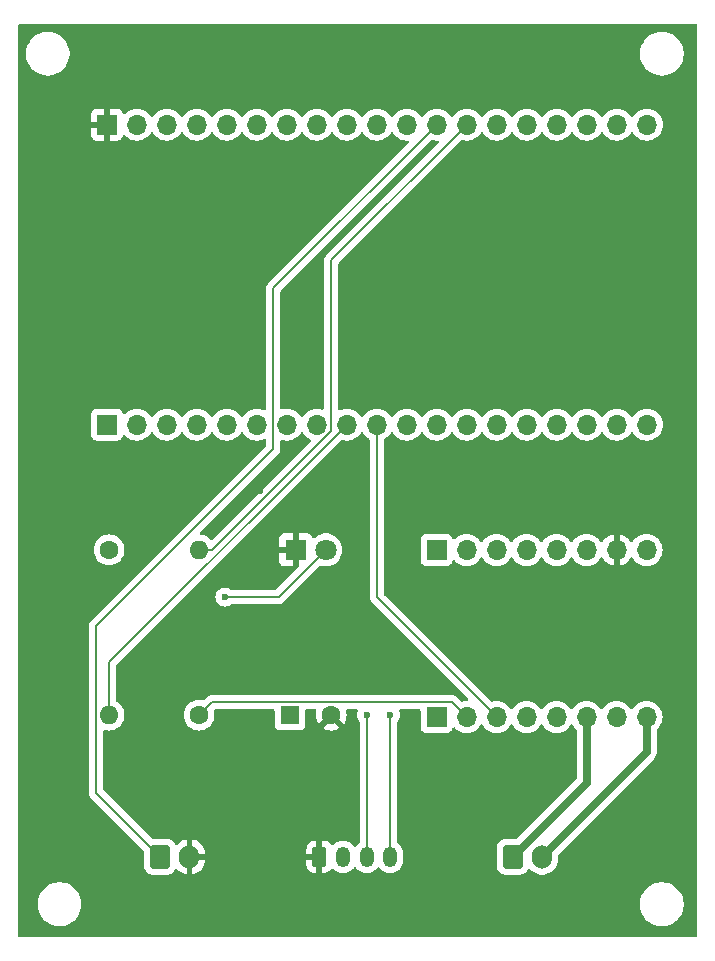
<source format=gbr>
%TF.GenerationSoftware,KiCad,Pcbnew,8.0.7*%
%TF.CreationDate,2026-01-14T22:46:50+09:00*%
%TF.ProjectId,alarm_unit,616c6172-6d5f-4756-9e69-742e6b696361,rev?*%
%TF.SameCoordinates,Original*%
%TF.FileFunction,Copper,L1,Top*%
%TF.FilePolarity,Positive*%
%FSLAX46Y46*%
G04 Gerber Fmt 4.6, Leading zero omitted, Abs format (unit mm)*
G04 Created by KiCad (PCBNEW 8.0.7) date 2026-01-14 22:46:50*
%MOMM*%
%LPD*%
G01*
G04 APERTURE LIST*
G04 Aperture macros list*
%AMRoundRect*
0 Rectangle with rounded corners*
0 $1 Rounding radius*
0 $2 $3 $4 $5 $6 $7 $8 $9 X,Y pos of 4 corners*
0 Add a 4 corners polygon primitive as box body*
4,1,4,$2,$3,$4,$5,$6,$7,$8,$9,$2,$3,0*
0 Add four circle primitives for the rounded corners*
1,1,$1+$1,$2,$3*
1,1,$1+$1,$4,$5*
1,1,$1+$1,$6,$7*
1,1,$1+$1,$8,$9*
0 Add four rect primitives between the rounded corners*
20,1,$1+$1,$2,$3,$4,$5,0*
20,1,$1+$1,$4,$5,$6,$7,0*
20,1,$1+$1,$6,$7,$8,$9,0*
20,1,$1+$1,$8,$9,$2,$3,0*%
G04 Aperture macros list end*
%TA.AperFunction,ComponentPad*%
%ADD10O,1.700000X1.700000*%
%TD*%
%TA.AperFunction,ComponentPad*%
%ADD11R,1.700000X1.700000*%
%TD*%
%TA.AperFunction,ComponentPad*%
%ADD12C,1.600000*%
%TD*%
%TA.AperFunction,ComponentPad*%
%ADD13O,1.600000X1.600000*%
%TD*%
%TA.AperFunction,ComponentPad*%
%ADD14RoundRect,0.250000X-0.600000X-0.750000X0.600000X-0.750000X0.600000X0.750000X-0.600000X0.750000X0*%
%TD*%
%TA.AperFunction,ComponentPad*%
%ADD15O,1.700000X2.000000*%
%TD*%
%TA.AperFunction,ComponentPad*%
%ADD16RoundRect,0.250000X-0.350000X-0.625000X0.350000X-0.625000X0.350000X0.625000X-0.350000X0.625000X0*%
%TD*%
%TA.AperFunction,ComponentPad*%
%ADD17O,1.200000X1.750000*%
%TD*%
%TA.AperFunction,ComponentPad*%
%ADD18R,1.800000X1.800000*%
%TD*%
%TA.AperFunction,ComponentPad*%
%ADD19C,1.800000*%
%TD*%
%TA.AperFunction,ComponentPad*%
%ADD20R,1.600000X1.600000*%
%TD*%
%TA.AperFunction,ViaPad*%
%ADD21C,0.600000*%
%TD*%
%TA.AperFunction,Conductor*%
%ADD22C,0.700000*%
%TD*%
%TA.AperFunction,Conductor*%
%ADD23C,0.200000*%
%TD*%
G04 APERTURE END LIST*
D10*
%TO.P,DFPlayer,8,SPK2*%
%TO.N,unconnected-(U2_Right1-SPK2-Pad8)*%
X95700000Y-86000000D03*
%TO.P,DFPlayer,7,GND*%
%TO.N,GND*%
X93160000Y-86000000D03*
%TO.P,DFPlayer,6,SPK1*%
%TO.N,unconnected-(U2_Right1-SPK1-Pad6)*%
X90620000Y-86000000D03*
%TO.P,DFPlayer,5,DAC_I*%
%TO.N,unconnected-(U2_Right1-DAC_I-Pad5)*%
X88080000Y-86000000D03*
%TO.P,DFPlayer,4,DAC_R*%
%TO.N,unconnected-(U2_Right1-DAC_R-Pad4)*%
X85540000Y-86000000D03*
%TO.P,DFPlayer,3,TX*%
%TO.N,unconnected-(U2_Right1-TX-Pad3)*%
X83000000Y-86000000D03*
%TO.P,DFPlayer,2,RX*%
%TO.N,unconnected-(U2_Right1-RX-Pad2)*%
X80460000Y-86000000D03*
D11*
%TO.P,DFPlayer,1,VCC*%
%TO.N,unconnected-(U2_Right1-VCC-Pad1)*%
X77920000Y-86000000D03*
%TD*%
%TO.P,U2_Left1,1,VCC*%
%TO.N,VCC*%
X77920000Y-100150000D03*
D10*
%TO.P,U2_Left1,2,RX*%
%TO.N,Net-(U2_Left1-RX)*%
X80460000Y-100150000D03*
%TO.P,U2_Left1,3,TX*%
%TO.N,Net-(U1_Left1-Pin_10)*%
X83000000Y-100150000D03*
%TO.P,U2_Left1,4,DAC_R*%
%TO.N,unconnected-(U2_Left1-DAC_R-Pad4)*%
X85540000Y-100150000D03*
%TO.P,U2_Left1,5,DAC_I*%
%TO.N,unconnected-(U2_Left1-DAC_I-Pad5)*%
X88080000Y-100150000D03*
%TO.P,U2_Left1,6,SPK1*%
%TO.N,Net-(J1-Pin_1)*%
X90620000Y-100150000D03*
%TO.P,U2_Left1,7,GND*%
%TO.N,unconnected-(U2_Left1-GND-Pad7)*%
X93160000Y-100150000D03*
%TO.P,U2_Left1,8,SPK2*%
%TO.N,Net-(J1-Pin_2)*%
X95700000Y-100150000D03*
%TD*%
D11*
%TO.P,U1_Right1,1,Pin_1*%
%TO.N,GND*%
X50000000Y-50000000D03*
D10*
%TO.P,U1_Right1,2,Pin_2*%
%TO.N,unconnected-(U1_Right1-Pin_2-Pad2)*%
X52540000Y-50000000D03*
%TO.P,U1_Right1,3,Pin_3*%
%TO.N,unconnected-(U1_Right1-Pin_3-Pad3)*%
X55080000Y-50000000D03*
%TO.P,U1_Right1,4,Pin_4*%
%TO.N,unconnected-(U1_Right1-Pin_4-Pad4)*%
X57620000Y-50000000D03*
%TO.P,U1_Right1,5,Pin_5*%
%TO.N,unconnected-(U1_Right1-Pin_5-Pad5)*%
X60160000Y-50000000D03*
%TO.P,U1_Right1,6,Pin_6*%
%TO.N,unconnected-(U1_Right1-Pin_6-Pad6)*%
X62700000Y-50000000D03*
%TO.P,U1_Right1,7,Pin_7*%
%TO.N,unconnected-(U1_Right1-Pin_7-Pad7)*%
X65240000Y-50000000D03*
%TO.P,U1_Right1,8,Pin_8*%
%TO.N,Net-(J2-Pin_3)*%
X67780000Y-50000000D03*
%TO.P,U1_Right1,9,Pin_9*%
%TO.N,Net-(J2-Pin_4)*%
X70320000Y-50000000D03*
%TO.P,U1_Right1,10,Pin_10*%
%TO.N,unconnected-(U1_Right1-Pin_10-Pad10)*%
X72860000Y-50000000D03*
%TO.P,U1_Right1,11,Pin_11*%
%TO.N,unconnected-(U1_Right1-Pin_11-Pad11)*%
X75400000Y-50000000D03*
%TO.P,U1_Right1,12,Pin_12*%
%TO.N,Net-(J3-Pin_1)*%
X77940000Y-50000000D03*
%TO.P,U1_Right1,13,Pin_13*%
%TO.N,Net-(U1_Right1-Pin_13)*%
X80480000Y-50000000D03*
%TO.P,U1_Right1,14,Pin_14*%
%TO.N,unconnected-(U1_Right1-Pin_14-Pad14)*%
X83020000Y-50000000D03*
%TO.P,U1_Right1,15,Pin_15*%
%TO.N,unconnected-(U1_Right1-Pin_15-Pad15)*%
X85560000Y-50000000D03*
%TO.P,U1_Right1,16,Pin_16*%
%TO.N,unconnected-(U1_Right1-Pin_16-Pad16)*%
X88100000Y-50000000D03*
%TO.P,U1_Right1,17,Pin_17*%
%TO.N,unconnected-(U1_Right1-Pin_17-Pad17)*%
X90640000Y-50000000D03*
%TO.P,U1_Right1,18,Pin_18*%
%TO.N,unconnected-(U1_Right1-Pin_18-Pad18)*%
X93180000Y-50000000D03*
%TO.P,U1_Right1,19,Pin_19*%
%TO.N,unconnected-(U1_Right1-Pin_19-Pad19)*%
X95720000Y-50000000D03*
%TD*%
D11*
%TO.P,ESP32_WROVER,1,Pin_1*%
%TO.N,unconnected-(U1_Left1-Pin_1-Pad1)*%
X50000000Y-75400000D03*
D10*
%TO.P,ESP32_WROVER,2,Pin_2*%
%TO.N,unconnected-(U1_Left1-Pin_2-Pad2)*%
X52540000Y-75400000D03*
%TO.P,ESP32_WROVER,3,Pin_3*%
%TO.N,unconnected-(U1_Left1-Pin_3-Pad3)*%
X55080000Y-75400000D03*
%TO.P,ESP32_WROVER,4,Pin_4*%
%TO.N,unconnected-(U1_Left1-Pin_4-Pad4)*%
X57620000Y-75400000D03*
%TO.P,ESP32_WROVER,5,Pin_5*%
%TO.N,unconnected-(U1_Left1-Pin_5-Pad5)*%
X60160000Y-75400000D03*
%TO.P,ESP32_WROVER,6,Pin_6*%
%TO.N,unconnected-(U1_Left1-Pin_6-Pad6)*%
X62700000Y-75400000D03*
%TO.P,ESP32_WROVER,7,Pin_7*%
%TO.N,unconnected-(U1_Left1-Pin_7-Pad7)*%
X65240000Y-75400000D03*
%TO.P,ESP32_WROVER,8,Pin_8*%
%TO.N,unconnected-(U1_Left1-Pin_8-Pad8)*%
X67780000Y-75400000D03*
%TO.P,ESP32_WROVER,9,Pin_9*%
%TO.N,Net-(U1_Left1-Pin_9)*%
X70320000Y-75400000D03*
%TO.P,ESP32_WROVER,10,Pin_10*%
%TO.N,Net-(U1_Left1-Pin_10)*%
X72860000Y-75400000D03*
%TO.P,ESP32_WROVER,11,Pin_11*%
%TO.N,unconnected-(U1_Left1-Pin_11-Pad11)*%
X75400000Y-75400000D03*
%TO.P,ESP32_WROVER,12,Pin_12*%
%TO.N,unconnected-(U1_Left1-Pin_12-Pad12)*%
X77940000Y-75400000D03*
%TO.P,ESP32_WROVER,13,Pin_13*%
%TO.N,unconnected-(U1_Left1-Pin_13-Pad13)*%
X80480000Y-75400000D03*
%TO.P,ESP32_WROVER,14,Pin_14*%
%TO.N,unconnected-(U1_Left1-Pin_14-Pad14)*%
X83020000Y-75400000D03*
%TO.P,ESP32_WROVER,15,Pin_15*%
%TO.N,unconnected-(U1_Left1-Pin_15-Pad15)*%
X85560000Y-75400000D03*
%TO.P,ESP32_WROVER,16,Pin_16*%
%TO.N,unconnected-(U1_Left1-Pin_16-Pad16)*%
X88100000Y-75400000D03*
%TO.P,ESP32_WROVER,17,Pin_17*%
%TO.N,unconnected-(U1_Left1-Pin_17-Pad17)*%
X90640000Y-75400000D03*
%TO.P,ESP32_WROVER,18,Pin_18*%
%TO.N,unconnected-(U1_Left1-Pin_18-Pad18)*%
X93180000Y-75400000D03*
%TO.P,ESP32_WROVER,19,Pin_19*%
%TO.N,VCC*%
X95720000Y-75400000D03*
%TD*%
D12*
%TO.P,510,1*%
%TO.N,Net-(D1-A)*%
X50190000Y-86000000D03*
D13*
%TO.P,510,2*%
%TO.N,Net-(U1_Right1-Pin_13)*%
X57810000Y-86000000D03*
%TD*%
%TO.P,1k,2*%
%TO.N,Net-(U1_Left1-Pin_9)*%
X50190000Y-100000000D03*
D12*
%TO.P,1k,1*%
%TO.N,Net-(U2_Left1-RX)*%
X57810000Y-100000000D03*
%TD*%
D14*
%TO.P,Button,1,Pin_1*%
%TO.N,Net-(J3-Pin_1)*%
X54500000Y-112000000D03*
D15*
%TO.P,Button,2,Pin_2*%
%TO.N,GND*%
X57000000Y-112000000D03*
%TD*%
D16*
%TO.P,7Seg_Display,1,Pin_1*%
%TO.N,GND*%
X68000000Y-112000000D03*
D17*
%TO.P,7Seg_Display,2,Pin_2*%
%TO.N,VCC*%
X70000000Y-112000000D03*
%TO.P,7Seg_Display,3,Pin_3*%
%TO.N,Net-(J2-Pin_3)*%
X72000000Y-112000000D03*
%TO.P,7Seg_Display,4,Pin_4*%
%TO.N,Net-(J2-Pin_4)*%
X74000000Y-112000000D03*
%TD*%
D14*
%TO.P,Speaker,1,Pin_1*%
%TO.N,Net-(J1-Pin_1)*%
X84360000Y-112000000D03*
D15*
%TO.P,Speaker,2,Pin_2*%
%TO.N,Net-(J1-Pin_2)*%
X86860000Y-112000000D03*
%TD*%
D18*
%TO.P,LED,1,K*%
%TO.N,GND*%
X66000000Y-86000000D03*
D19*
%TO.P,LED,2,A*%
%TO.N,Net-(D1-A)*%
X68540000Y-86000000D03*
%TD*%
D20*
%TO.P,470u,1*%
%TO.N,VCC*%
X65500000Y-100000000D03*
D12*
%TO.P,470u,2*%
%TO.N,GND*%
X69000000Y-100000000D03*
%TD*%
D21*
%TO.N,GND*%
X46000000Y-81000000D03*
X49000000Y-111000000D03*
X45000000Y-108000000D03*
X47000000Y-92000000D03*
X61000000Y-94000000D03*
X62000000Y-105000000D03*
X79000000Y-115000000D03*
X95000000Y-110000000D03*
X81000000Y-105000000D03*
X91000000Y-94000000D03*
X91000000Y-81000000D03*
X76000000Y-81000000D03*
X63000000Y-81000000D03*
X53000000Y-81000000D03*
X76000000Y-59000000D03*
X53000000Y-45000000D03*
X63000000Y-45000000D03*
X76000000Y-45000000D03*
X91000000Y-45000000D03*
X66000000Y-68000000D03*
X53000000Y-68000000D03*
X53000000Y-58000000D03*
X64000000Y-58000000D03*
X76000000Y-68000000D03*
X91000000Y-68000000D03*
X91000000Y-59000000D03*
%TO.N,Net-(D1-A)*%
X60000000Y-90000000D03*
%TO.N,Net-(J2-Pin_4)*%
X74000000Y-100000000D03*
%TO.N,Net-(J2-Pin_3)*%
X72000000Y-100000000D03*
%TD*%
D22*
%TO.N,Net-(J1-Pin_1)*%
X90620000Y-100150000D02*
X90620000Y-105740000D01*
X90620000Y-105740000D02*
X84360000Y-112000000D01*
%TO.N,Net-(J1-Pin_2)*%
X95700000Y-103160000D02*
X86860000Y-112000000D01*
X95700000Y-100150000D02*
X95700000Y-103160000D01*
D23*
%TO.N,Net-(U1_Right1-Pin_13)*%
X69000000Y-61480000D02*
X80480000Y-50000000D01*
X58941370Y-86000000D02*
X69000000Y-75941370D01*
X57810000Y-86000000D02*
X58941370Y-86000000D01*
X69000000Y-75941370D02*
X69000000Y-61480000D01*
%TO.N,Net-(D1-A)*%
X64540000Y-90000000D02*
X60000000Y-90000000D01*
X68540000Y-86000000D02*
X64540000Y-90000000D01*
%TO.N,GND*%
X68000000Y-101000000D02*
X69000000Y-100000000D01*
X68000000Y-112000000D02*
X68000000Y-101000000D01*
X57000000Y-112000000D02*
X68000000Y-112000000D01*
%TO.N,Net-(J3-Pin_1)*%
X64090000Y-63850000D02*
X77940000Y-50000000D01*
X64090000Y-77460000D02*
X64090000Y-63850000D01*
X49090000Y-92460000D02*
X64090000Y-77460000D01*
X54500000Y-112000000D02*
X49090000Y-106590000D01*
X49090000Y-106590000D02*
X49090000Y-92460000D01*
%TO.N,Net-(J2-Pin_4)*%
X74000000Y-112000000D02*
X74000000Y-100000000D01*
%TO.N,Net-(J2-Pin_3)*%
X72000000Y-112000000D02*
X72000000Y-100000000D01*
%TO.N,Net-(U1_Left1-Pin_10)*%
X72860000Y-90010000D02*
X72860000Y-75400000D01*
X83000000Y-100150000D02*
X72860000Y-90010000D01*
%TO.N,Net-(U2_Left1-RX)*%
X79210000Y-98900000D02*
X80460000Y-100150000D01*
X58910000Y-98900000D02*
X79210000Y-98900000D01*
X57810000Y-100000000D02*
X58910000Y-98900000D01*
%TO.N,Net-(U1_Left1-Pin_9)*%
X50190000Y-95530000D02*
X50190000Y-100000000D01*
X70320000Y-75400000D02*
X50190000Y-95530000D01*
%TD*%
%TA.AperFunction,Conductor*%
%TO.N,GND*%
G36*
X66594855Y-76066546D02*
G01*
X66611575Y-76085842D01*
X66741500Y-76271395D01*
X66741505Y-76271401D01*
X66908599Y-76438495D01*
X66990499Y-76495842D01*
X67102165Y-76574032D01*
X67102167Y-76574033D01*
X67102170Y-76574035D01*
X67205565Y-76622249D01*
X67225329Y-76631465D01*
X67277768Y-76677637D01*
X67296920Y-76744831D01*
X67276704Y-76811712D01*
X67260605Y-76831528D01*
X58958341Y-85133792D01*
X58897018Y-85167277D01*
X58827326Y-85162293D01*
X58782979Y-85133792D01*
X58649141Y-84999954D01*
X58462734Y-84869432D01*
X58462732Y-84869431D01*
X58256497Y-84773261D01*
X58256488Y-84773258D01*
X58036697Y-84714366D01*
X58036687Y-84714364D01*
X57984204Y-84709772D01*
X57978077Y-84709236D01*
X57913010Y-84683784D01*
X57872031Y-84627194D01*
X57868153Y-84557432D01*
X57901203Y-84498030D01*
X64448506Y-77950728D01*
X64448511Y-77950724D01*
X64458714Y-77940520D01*
X64458716Y-77940520D01*
X64570520Y-77828716D01*
X64649577Y-77691784D01*
X64690500Y-77539057D01*
X64690500Y-76812503D01*
X64710185Y-76745464D01*
X64762989Y-76699709D01*
X64832147Y-76689765D01*
X64846593Y-76692728D01*
X64898180Y-76706550D01*
X65004592Y-76735063D01*
X65181034Y-76750500D01*
X65239999Y-76755659D01*
X65240000Y-76755659D01*
X65240001Y-76755659D01*
X65298966Y-76750500D01*
X65475408Y-76735063D01*
X65703663Y-76673903D01*
X65917830Y-76574035D01*
X66111401Y-76438495D01*
X66278495Y-76271401D01*
X66408425Y-76085842D01*
X66463002Y-76042217D01*
X66532500Y-76035023D01*
X66594855Y-76066546D01*
G37*
%TD.AperFunction*%
%TA.AperFunction,Conductor*%
G36*
X77576238Y-51300670D02*
G01*
X77704592Y-51335063D01*
X77875319Y-51350000D01*
X77939999Y-51355659D01*
X77940000Y-51355659D01*
X77967841Y-51353223D01*
X78036341Y-51366989D01*
X78086524Y-51415604D01*
X78102458Y-51483632D01*
X78079083Y-51549476D01*
X78066330Y-51564432D01*
X68631286Y-60999478D01*
X68519481Y-61111282D01*
X68519479Y-61111285D01*
X68469361Y-61198094D01*
X68469359Y-61198096D01*
X68440425Y-61248209D01*
X68440424Y-61248210D01*
X68440423Y-61248215D01*
X68399499Y-61400943D01*
X68399499Y-61400945D01*
X68399499Y-61569046D01*
X68399500Y-61569059D01*
X68399500Y-74006253D01*
X68379815Y-74073292D01*
X68327011Y-74119047D01*
X68257853Y-74128991D01*
X68243407Y-74126028D01*
X68015413Y-74064938D01*
X68015403Y-74064936D01*
X67780001Y-74044341D01*
X67779999Y-74044341D01*
X67544596Y-74064936D01*
X67544586Y-74064938D01*
X67316344Y-74126094D01*
X67316335Y-74126098D01*
X67102171Y-74225964D01*
X67102169Y-74225965D01*
X66908597Y-74361505D01*
X66741505Y-74528597D01*
X66611575Y-74714158D01*
X66556998Y-74757783D01*
X66487500Y-74764977D01*
X66425145Y-74733454D01*
X66408425Y-74714158D01*
X66278494Y-74528597D01*
X66111402Y-74361506D01*
X66111395Y-74361501D01*
X65917834Y-74225967D01*
X65917830Y-74225965D01*
X65875302Y-74206134D01*
X65703663Y-74126097D01*
X65703659Y-74126096D01*
X65703655Y-74126094D01*
X65475413Y-74064938D01*
X65475403Y-74064936D01*
X65240001Y-74044341D01*
X65239999Y-74044341D01*
X65004596Y-74064936D01*
X65004583Y-74064939D01*
X64846592Y-74107271D01*
X64776742Y-74105608D01*
X64718880Y-74066445D01*
X64691377Y-74002216D01*
X64690500Y-73987496D01*
X64690500Y-64150096D01*
X64710185Y-64083057D01*
X64726814Y-64062420D01*
X77456470Y-51332763D01*
X77517791Y-51299280D01*
X77576238Y-51300670D01*
G37*
%TD.AperFunction*%
%TA.AperFunction,Conductor*%
G36*
X99942539Y-41520185D02*
G01*
X99988294Y-41572989D01*
X99999500Y-41624500D01*
X99999500Y-118655500D01*
X99979815Y-118722539D01*
X99927011Y-118768294D01*
X99875500Y-118779500D01*
X42624500Y-118779500D01*
X42557461Y-118759815D01*
X42511706Y-118707011D01*
X42500500Y-118655500D01*
X42500500Y-115878711D01*
X44149500Y-115878711D01*
X44149500Y-116121288D01*
X44181161Y-116361785D01*
X44243947Y-116596104D01*
X44336773Y-116820205D01*
X44336776Y-116820212D01*
X44458064Y-117030289D01*
X44458066Y-117030292D01*
X44458067Y-117030293D01*
X44605733Y-117222736D01*
X44605739Y-117222743D01*
X44777256Y-117394260D01*
X44777262Y-117394265D01*
X44969711Y-117541936D01*
X45179788Y-117663224D01*
X45403900Y-117756054D01*
X45638211Y-117818838D01*
X45818586Y-117842584D01*
X45878711Y-117850500D01*
X45878712Y-117850500D01*
X46121289Y-117850500D01*
X46169388Y-117844167D01*
X46361789Y-117818838D01*
X46596100Y-117756054D01*
X46820212Y-117663224D01*
X47030289Y-117541936D01*
X47222738Y-117394265D01*
X47394265Y-117222738D01*
X47541936Y-117030289D01*
X47663224Y-116820212D01*
X47756054Y-116596100D01*
X47818838Y-116361789D01*
X47850500Y-116121288D01*
X47850500Y-115878712D01*
X47850500Y-115878711D01*
X95149500Y-115878711D01*
X95149500Y-116121288D01*
X95181161Y-116361785D01*
X95243947Y-116596104D01*
X95336773Y-116820205D01*
X95336776Y-116820212D01*
X95458064Y-117030289D01*
X95458066Y-117030292D01*
X95458067Y-117030293D01*
X95605733Y-117222736D01*
X95605739Y-117222743D01*
X95777256Y-117394260D01*
X95777262Y-117394265D01*
X95969711Y-117541936D01*
X96179788Y-117663224D01*
X96403900Y-117756054D01*
X96638211Y-117818838D01*
X96818586Y-117842584D01*
X96878711Y-117850500D01*
X96878712Y-117850500D01*
X97121289Y-117850500D01*
X97169388Y-117844167D01*
X97361789Y-117818838D01*
X97596100Y-117756054D01*
X97820212Y-117663224D01*
X98030289Y-117541936D01*
X98222738Y-117394265D01*
X98394265Y-117222738D01*
X98541936Y-117030289D01*
X98663224Y-116820212D01*
X98756054Y-116596100D01*
X98818838Y-116361789D01*
X98850500Y-116121288D01*
X98850500Y-115878712D01*
X98818838Y-115638211D01*
X98756054Y-115403900D01*
X98663224Y-115179788D01*
X98541936Y-114969711D01*
X98394265Y-114777262D01*
X98394260Y-114777256D01*
X98222743Y-114605739D01*
X98222736Y-114605733D01*
X98030293Y-114458067D01*
X98030292Y-114458066D01*
X98030289Y-114458064D01*
X97820212Y-114336776D01*
X97820205Y-114336773D01*
X97596104Y-114243947D01*
X97361785Y-114181161D01*
X97121289Y-114149500D01*
X97121288Y-114149500D01*
X96878712Y-114149500D01*
X96878711Y-114149500D01*
X96638214Y-114181161D01*
X96403895Y-114243947D01*
X96179794Y-114336773D01*
X96179785Y-114336777D01*
X95969706Y-114458067D01*
X95777263Y-114605733D01*
X95777256Y-114605739D01*
X95605739Y-114777256D01*
X95605733Y-114777263D01*
X95458067Y-114969706D01*
X95336777Y-115179785D01*
X95336773Y-115179794D01*
X95243947Y-115403895D01*
X95181161Y-115638214D01*
X95149500Y-115878711D01*
X47850500Y-115878711D01*
X47818838Y-115638211D01*
X47756054Y-115403900D01*
X47663224Y-115179788D01*
X47541936Y-114969711D01*
X47394265Y-114777262D01*
X47394260Y-114777256D01*
X47222743Y-114605739D01*
X47222736Y-114605733D01*
X47030293Y-114458067D01*
X47030292Y-114458066D01*
X47030289Y-114458064D01*
X46820212Y-114336776D01*
X46820205Y-114336773D01*
X46596104Y-114243947D01*
X46361785Y-114181161D01*
X46121289Y-114149500D01*
X46121288Y-114149500D01*
X45878712Y-114149500D01*
X45878711Y-114149500D01*
X45638214Y-114181161D01*
X45403895Y-114243947D01*
X45179794Y-114336773D01*
X45179785Y-114336777D01*
X44969706Y-114458067D01*
X44777263Y-114605733D01*
X44777256Y-114605739D01*
X44605739Y-114777256D01*
X44605733Y-114777263D01*
X44458067Y-114969706D01*
X44336777Y-115179785D01*
X44336773Y-115179794D01*
X44243947Y-115403895D01*
X44181161Y-115638214D01*
X44149500Y-115878711D01*
X42500500Y-115878711D01*
X42500500Y-106669054D01*
X48489498Y-106669054D01*
X48530423Y-106821785D01*
X48559358Y-106871900D01*
X48559359Y-106871904D01*
X48559360Y-106871904D01*
X48609479Y-106958714D01*
X48609481Y-106958717D01*
X48728349Y-107077585D01*
X48728355Y-107077590D01*
X53113181Y-111462416D01*
X53146666Y-111523739D01*
X53149500Y-111550097D01*
X53149500Y-112800001D01*
X53149501Y-112800018D01*
X53160000Y-112902796D01*
X53160001Y-112902799D01*
X53205749Y-113040856D01*
X53215186Y-113069334D01*
X53307288Y-113218656D01*
X53431344Y-113342712D01*
X53580666Y-113434814D01*
X53747203Y-113489999D01*
X53849991Y-113500500D01*
X55150008Y-113500499D01*
X55252797Y-113489999D01*
X55419334Y-113434814D01*
X55568656Y-113342712D01*
X55692712Y-113218656D01*
X55784814Y-113069334D01*
X55784814Y-113069331D01*
X55788448Y-113063441D01*
X55840395Y-113016716D01*
X55909358Y-113005493D01*
X55973440Y-113033336D01*
X55981668Y-113040856D01*
X56120535Y-113179723D01*
X56120540Y-113179727D01*
X56292442Y-113304620D01*
X56481782Y-113401095D01*
X56683871Y-113466757D01*
X56750000Y-113477231D01*
X56750000Y-112433012D01*
X56807007Y-112465925D01*
X56934174Y-112500000D01*
X57065826Y-112500000D01*
X57192993Y-112465925D01*
X57250000Y-112433012D01*
X57250000Y-113477230D01*
X57316126Y-113466757D01*
X57316129Y-113466757D01*
X57518217Y-113401095D01*
X57707557Y-113304620D01*
X57879459Y-113179727D01*
X57879464Y-113179723D01*
X58029723Y-113029464D01*
X58029727Y-113029459D01*
X58154620Y-112857557D01*
X58251095Y-112668217D01*
X58316757Y-112466130D01*
X58316757Y-112466127D01*
X58350000Y-112256246D01*
X58350000Y-112250000D01*
X57433012Y-112250000D01*
X57465925Y-112192993D01*
X57500000Y-112065826D01*
X57500000Y-111934174D01*
X57465925Y-111807007D01*
X57433012Y-111750000D01*
X58350000Y-111750000D01*
X58350000Y-111743753D01*
X58316757Y-111533872D01*
X58316757Y-111533869D01*
X58251095Y-111331782D01*
X58154620Y-111142442D01*
X58029727Y-110970540D01*
X58029723Y-110970535D01*
X57879464Y-110820276D01*
X57879459Y-110820272D01*
X57707557Y-110695379D01*
X57518215Y-110598903D01*
X57316124Y-110533241D01*
X57250000Y-110522768D01*
X57250000Y-111566988D01*
X57192993Y-111534075D01*
X57065826Y-111500000D01*
X56934174Y-111500000D01*
X56807007Y-111534075D01*
X56750000Y-111566988D01*
X56750000Y-110522768D01*
X56749999Y-110522768D01*
X56683875Y-110533241D01*
X56481784Y-110598903D01*
X56292442Y-110695379D01*
X56120541Y-110820271D01*
X55981668Y-110959144D01*
X55920345Y-110992628D01*
X55850653Y-110987644D01*
X55794720Y-110945772D01*
X55788448Y-110936558D01*
X55770004Y-110906656D01*
X55692712Y-110781344D01*
X55568656Y-110657288D01*
X55419334Y-110565186D01*
X55252797Y-110510001D01*
X55252795Y-110510000D01*
X55150016Y-110499500D01*
X53900097Y-110499500D01*
X53833058Y-110479815D01*
X53812416Y-110463181D01*
X49726819Y-106377584D01*
X49693334Y-106316261D01*
X49690500Y-106289903D01*
X49690500Y-101374136D01*
X49710185Y-101307097D01*
X49762989Y-101261342D01*
X49832147Y-101251398D01*
X49846582Y-101254358D01*
X49963308Y-101285635D01*
X50125230Y-101299801D01*
X50189998Y-101305468D01*
X50190000Y-101305468D01*
X50190002Y-101305468D01*
X50246807Y-101300498D01*
X50416692Y-101285635D01*
X50636496Y-101226739D01*
X50842734Y-101130568D01*
X51029139Y-101000047D01*
X51190047Y-100839139D01*
X51320568Y-100652734D01*
X51416739Y-100446496D01*
X51475635Y-100226692D01*
X51495468Y-100000000D01*
X51475635Y-99773308D01*
X51416739Y-99553504D01*
X51320568Y-99347266D01*
X51190047Y-99160861D01*
X51190045Y-99160858D01*
X51029140Y-98999953D01*
X50843377Y-98869881D01*
X50799752Y-98815304D01*
X50790500Y-98768306D01*
X50790500Y-95830096D01*
X50810185Y-95763057D01*
X50826814Y-95742420D01*
X56569238Y-89999996D01*
X59194435Y-89999996D01*
X59194435Y-90000003D01*
X59214630Y-90179249D01*
X59214631Y-90179254D01*
X59274211Y-90349523D01*
X59362806Y-90490520D01*
X59370184Y-90502262D01*
X59497738Y-90629816D01*
X59650478Y-90725789D01*
X59820745Y-90785368D01*
X59820750Y-90785369D01*
X59999996Y-90805565D01*
X60000000Y-90805565D01*
X60000004Y-90805565D01*
X60179249Y-90785369D01*
X60179252Y-90785368D01*
X60179255Y-90785368D01*
X60349522Y-90725789D01*
X60502262Y-90629816D01*
X60502267Y-90629810D01*
X60505097Y-90627555D01*
X60507275Y-90626665D01*
X60508158Y-90626111D01*
X60508255Y-90626265D01*
X60569783Y-90601145D01*
X60582412Y-90600500D01*
X64453331Y-90600500D01*
X64453347Y-90600501D01*
X64460943Y-90600501D01*
X64619054Y-90600501D01*
X64619057Y-90600501D01*
X64771785Y-90559577D01*
X64821904Y-90530639D01*
X64908716Y-90480520D01*
X65020520Y-90368716D01*
X65020520Y-90368714D01*
X65030728Y-90358507D01*
X65030730Y-90358504D01*
X68015160Y-87374073D01*
X68076481Y-87340590D01*
X68143102Y-87344474D01*
X68195019Y-87362298D01*
X68423951Y-87400500D01*
X68423952Y-87400500D01*
X68656048Y-87400500D01*
X68656049Y-87400500D01*
X68884981Y-87362298D01*
X69104503Y-87286936D01*
X69308626Y-87176470D01*
X69311759Y-87174032D01*
X69485893Y-87038498D01*
X69491784Y-87033913D01*
X69648979Y-86863153D01*
X69775924Y-86668849D01*
X69869157Y-86456300D01*
X69926134Y-86231305D01*
X69926516Y-86226697D01*
X69945300Y-86000006D01*
X69945300Y-85999993D01*
X69926135Y-85768702D01*
X69926133Y-85768691D01*
X69869157Y-85543699D01*
X69775924Y-85331151D01*
X69648983Y-85136852D01*
X69648980Y-85136849D01*
X69648979Y-85136847D01*
X69491784Y-84966087D01*
X69491779Y-84966083D01*
X69491777Y-84966081D01*
X69308634Y-84823535D01*
X69308628Y-84823531D01*
X69104504Y-84713064D01*
X69104495Y-84713061D01*
X68884984Y-84637702D01*
X68697404Y-84606401D01*
X68656049Y-84599500D01*
X68423951Y-84599500D01*
X68382596Y-84606401D01*
X68195015Y-84637702D01*
X67975504Y-84713061D01*
X67975495Y-84713064D01*
X67771371Y-84823531D01*
X67771365Y-84823535D01*
X67588222Y-84966081D01*
X67588215Y-84966087D01*
X67579484Y-84975572D01*
X67519595Y-85011561D01*
X67449757Y-85009458D01*
X67392143Y-84969932D01*
X67372075Y-84934918D01*
X67343355Y-84857915D01*
X67343350Y-84857906D01*
X67257190Y-84742812D01*
X67257187Y-84742809D01*
X67142093Y-84656649D01*
X67142086Y-84656645D01*
X67007379Y-84606403D01*
X67007372Y-84606401D01*
X66947844Y-84600000D01*
X66250000Y-84600000D01*
X66250000Y-85624722D01*
X66173694Y-85580667D01*
X66059244Y-85550000D01*
X65940756Y-85550000D01*
X65826306Y-85580667D01*
X65750000Y-85624722D01*
X65750000Y-84600000D01*
X65052155Y-84600000D01*
X64992627Y-84606401D01*
X64992620Y-84606403D01*
X64857913Y-84656645D01*
X64857906Y-84656649D01*
X64742812Y-84742809D01*
X64742809Y-84742812D01*
X64656649Y-84857906D01*
X64656645Y-84857913D01*
X64606403Y-84992620D01*
X64606401Y-84992627D01*
X64600000Y-85052155D01*
X64600000Y-85750000D01*
X65624722Y-85750000D01*
X65580667Y-85826306D01*
X65550000Y-85940756D01*
X65550000Y-86059244D01*
X65580667Y-86173694D01*
X65624722Y-86250000D01*
X64600000Y-86250000D01*
X64600000Y-86947844D01*
X64606401Y-87007372D01*
X64606403Y-87007379D01*
X64656645Y-87142086D01*
X64656649Y-87142093D01*
X64742809Y-87257187D01*
X64742812Y-87257190D01*
X64857906Y-87343350D01*
X64857913Y-87343354D01*
X64992620Y-87393596D01*
X64992627Y-87393598D01*
X65052155Y-87399999D01*
X65052172Y-87400000D01*
X65750000Y-87400000D01*
X65750000Y-86375277D01*
X65826306Y-86419333D01*
X65940756Y-86450000D01*
X66059244Y-86450000D01*
X66173694Y-86419333D01*
X66250000Y-86375277D01*
X66250000Y-87389402D01*
X66230315Y-87456441D01*
X66213681Y-87477083D01*
X64327584Y-89363181D01*
X64266261Y-89396666D01*
X64239903Y-89399500D01*
X60582412Y-89399500D01*
X60515373Y-89379815D01*
X60505097Y-89372445D01*
X60502263Y-89370185D01*
X60502262Y-89370184D01*
X60445496Y-89334515D01*
X60349523Y-89274211D01*
X60179254Y-89214631D01*
X60179249Y-89214630D01*
X60000004Y-89194435D01*
X59999996Y-89194435D01*
X59820750Y-89214630D01*
X59820745Y-89214631D01*
X59650476Y-89274211D01*
X59497737Y-89370184D01*
X59370184Y-89497737D01*
X59274211Y-89650476D01*
X59214631Y-89820745D01*
X59214630Y-89820750D01*
X59194435Y-89999996D01*
X56569238Y-89999996D01*
X69836470Y-76732763D01*
X69897791Y-76699280D01*
X69956238Y-76700670D01*
X70084592Y-76735063D01*
X70261034Y-76750500D01*
X70319999Y-76755659D01*
X70320000Y-76755659D01*
X70320001Y-76755659D01*
X70378966Y-76750500D01*
X70555408Y-76735063D01*
X70783663Y-76673903D01*
X70997830Y-76574035D01*
X71191401Y-76438495D01*
X71358495Y-76271401D01*
X71488425Y-76085842D01*
X71543002Y-76042217D01*
X71612500Y-76035023D01*
X71674855Y-76066546D01*
X71691575Y-76085842D01*
X71821500Y-76271395D01*
X71821505Y-76271401D01*
X71988599Y-76438495D01*
X72070499Y-76495842D01*
X72182165Y-76574032D01*
X72182167Y-76574033D01*
X72182170Y-76574035D01*
X72187898Y-76576706D01*
X72240339Y-76622872D01*
X72259500Y-76689090D01*
X72259500Y-89923330D01*
X72259499Y-89923348D01*
X72259499Y-90089054D01*
X72259498Y-90089054D01*
X72300423Y-90241785D01*
X72329358Y-90291900D01*
X72329359Y-90291904D01*
X72329360Y-90291904D01*
X72379479Y-90378714D01*
X72379481Y-90378717D01*
X72498349Y-90497585D01*
X72498355Y-90497590D01*
X80586331Y-98585567D01*
X80619816Y-98646890D01*
X80614832Y-98716582D01*
X80572960Y-98772515D01*
X80507496Y-98796932D01*
X80487846Y-98796776D01*
X80460006Y-98794341D01*
X80459999Y-98794341D01*
X80224596Y-98814936D01*
X80224583Y-98814939D01*
X80096241Y-98849327D01*
X80026392Y-98847664D01*
X79976468Y-98817233D01*
X79697590Y-98538355D01*
X79697588Y-98538352D01*
X79578717Y-98419481D01*
X79578716Y-98419480D01*
X79491904Y-98369360D01*
X79491904Y-98369359D01*
X79491900Y-98369358D01*
X79441785Y-98340423D01*
X79289057Y-98299499D01*
X79130943Y-98299499D01*
X79123347Y-98299499D01*
X79123331Y-98299500D01*
X58996669Y-98299500D01*
X58996653Y-98299499D01*
X58989057Y-98299499D01*
X58830943Y-98299499D01*
X58723587Y-98328265D01*
X58678210Y-98340424D01*
X58678209Y-98340425D01*
X58628096Y-98369359D01*
X58628095Y-98369360D01*
X58584689Y-98394420D01*
X58541285Y-98419479D01*
X58541282Y-98419481D01*
X58429478Y-98531286D01*
X58252705Y-98708058D01*
X58191382Y-98741543D01*
X58132931Y-98740152D01*
X58036697Y-98714366D01*
X58036693Y-98714365D01*
X58036692Y-98714365D01*
X58036691Y-98714364D01*
X58036686Y-98714364D01*
X57810002Y-98694532D01*
X57809998Y-98694532D01*
X57583313Y-98714364D01*
X57583302Y-98714366D01*
X57363511Y-98773258D01*
X57363502Y-98773261D01*
X57157267Y-98869431D01*
X57157265Y-98869432D01*
X56970858Y-98999954D01*
X56809954Y-99160858D01*
X56679432Y-99347265D01*
X56679431Y-99347267D01*
X56583261Y-99553502D01*
X56583258Y-99553511D01*
X56524366Y-99773302D01*
X56524364Y-99773313D01*
X56504532Y-99999998D01*
X56504532Y-100000000D01*
X56524364Y-100226686D01*
X56524366Y-100226697D01*
X56583258Y-100446488D01*
X56583261Y-100446497D01*
X56679431Y-100652732D01*
X56679432Y-100652734D01*
X56809954Y-100839141D01*
X56970858Y-101000045D01*
X56970861Y-101000047D01*
X57157266Y-101130568D01*
X57363504Y-101226739D01*
X57583308Y-101285635D01*
X57745230Y-101299801D01*
X57809998Y-101305468D01*
X57810000Y-101305468D01*
X57810002Y-101305468D01*
X57866807Y-101300498D01*
X58036692Y-101285635D01*
X58256496Y-101226739D01*
X58462734Y-101130568D01*
X58649139Y-101000047D01*
X58810047Y-100839139D01*
X58940568Y-100652734D01*
X59036739Y-100446496D01*
X59095635Y-100226692D01*
X59115468Y-100000000D01*
X59095635Y-99773308D01*
X59069847Y-99677066D01*
X59071510Y-99607218D01*
X59101942Y-99557291D01*
X59122421Y-99536814D01*
X59183746Y-99503333D01*
X59210098Y-99500500D01*
X64075500Y-99500500D01*
X64142539Y-99520185D01*
X64188294Y-99572989D01*
X64199500Y-99624500D01*
X64199500Y-100847870D01*
X64199501Y-100847876D01*
X64205908Y-100907483D01*
X64256202Y-101042328D01*
X64256206Y-101042335D01*
X64342452Y-101157544D01*
X64342455Y-101157547D01*
X64457664Y-101243793D01*
X64457671Y-101243797D01*
X64592517Y-101294091D01*
X64592516Y-101294091D01*
X64599444Y-101294835D01*
X64652127Y-101300500D01*
X66347872Y-101300499D01*
X66407483Y-101294091D01*
X66542331Y-101243796D01*
X66657546Y-101157546D01*
X66743796Y-101042331D01*
X66794091Y-100907483D01*
X66800500Y-100847873D01*
X66800499Y-99624499D01*
X66820184Y-99557461D01*
X66872987Y-99511706D01*
X66924499Y-99500500D01*
X67626381Y-99500500D01*
X67693420Y-99520185D01*
X67739175Y-99572989D01*
X67749119Y-99642147D01*
X67746156Y-99656593D01*
X67714860Y-99773390D01*
X67714858Y-99773400D01*
X67695034Y-99999997D01*
X67695034Y-100000000D01*
X67714858Y-100226599D01*
X67714860Y-100226610D01*
X67773730Y-100446317D01*
X67773735Y-100446331D01*
X67869863Y-100652478D01*
X67920974Y-100725472D01*
X68600000Y-100046446D01*
X68600000Y-100052661D01*
X68627259Y-100154394D01*
X68679920Y-100245606D01*
X68754394Y-100320080D01*
X68845606Y-100372741D01*
X68947339Y-100400000D01*
X68953553Y-100400000D01*
X68274526Y-101079025D01*
X68347513Y-101130132D01*
X68347521Y-101130136D01*
X68553668Y-101226264D01*
X68553682Y-101226269D01*
X68773389Y-101285139D01*
X68773400Y-101285141D01*
X68999998Y-101304966D01*
X69000002Y-101304966D01*
X69226599Y-101285141D01*
X69226610Y-101285139D01*
X69446317Y-101226269D01*
X69446331Y-101226264D01*
X69652478Y-101130136D01*
X69725471Y-101079024D01*
X69046447Y-100400000D01*
X69052661Y-100400000D01*
X69154394Y-100372741D01*
X69245606Y-100320080D01*
X69320080Y-100245606D01*
X69372741Y-100154394D01*
X69400000Y-100052661D01*
X69400000Y-100046447D01*
X70079024Y-100725471D01*
X70130136Y-100652478D01*
X70226264Y-100446331D01*
X70226269Y-100446317D01*
X70285139Y-100226610D01*
X70285141Y-100226599D01*
X70304966Y-100000000D01*
X70304966Y-99999997D01*
X70285141Y-99773400D01*
X70285139Y-99773390D01*
X70253844Y-99656593D01*
X70255507Y-99586744D01*
X70294669Y-99528881D01*
X70358898Y-99501377D01*
X70373619Y-99500500D01*
X71151928Y-99500500D01*
X71218967Y-99520185D01*
X71264722Y-99572989D01*
X71274666Y-99642147D01*
X71268970Y-99665454D01*
X71214632Y-99820742D01*
X71214630Y-99820750D01*
X71194435Y-99999996D01*
X71194435Y-100000000D01*
X71214630Y-100179249D01*
X71214631Y-100179254D01*
X71274211Y-100349523D01*
X71370185Y-100502263D01*
X71372445Y-100505097D01*
X71373334Y-100507275D01*
X71373889Y-100508158D01*
X71373734Y-100508255D01*
X71398855Y-100569783D01*
X71399500Y-100582412D01*
X71399500Y-110737814D01*
X71379815Y-110804853D01*
X71348387Y-110838131D01*
X71283072Y-110885585D01*
X71160588Y-111008069D01*
X71160581Y-111008078D01*
X71100317Y-111091023D01*
X71044987Y-111133689D01*
X70975374Y-111139667D01*
X70913579Y-111107061D01*
X70899683Y-111091023D01*
X70851899Y-111025257D01*
X70839414Y-111008072D01*
X70716928Y-110885586D01*
X70576788Y-110783768D01*
X70422445Y-110705127D01*
X70257701Y-110651598D01*
X70257699Y-110651597D01*
X70257698Y-110651597D01*
X70126271Y-110630781D01*
X70086611Y-110624500D01*
X69913389Y-110624500D01*
X69873728Y-110630781D01*
X69742302Y-110651597D01*
X69577552Y-110705128D01*
X69423211Y-110783768D01*
X69283073Y-110885585D01*
X69175166Y-110993492D01*
X69113843Y-111026976D01*
X69044151Y-111021992D01*
X68988218Y-110980120D01*
X68981946Y-110970906D01*
X68942317Y-110906656D01*
X68818345Y-110782684D01*
X68669124Y-110690643D01*
X68669119Y-110690641D01*
X68502697Y-110635494D01*
X68502690Y-110635493D01*
X68399986Y-110625000D01*
X68250000Y-110625000D01*
X68250000Y-111719670D01*
X68230255Y-111699925D01*
X68144745Y-111650556D01*
X68049370Y-111625000D01*
X67950630Y-111625000D01*
X67855255Y-111650556D01*
X67769745Y-111699925D01*
X67750000Y-111719670D01*
X67750000Y-110625000D01*
X67600027Y-110625000D01*
X67600012Y-110625001D01*
X67497302Y-110635494D01*
X67330880Y-110690641D01*
X67330875Y-110690643D01*
X67181654Y-110782684D01*
X67057684Y-110906654D01*
X66965643Y-111055875D01*
X66965641Y-111055880D01*
X66910494Y-111222302D01*
X66910493Y-111222309D01*
X66900000Y-111325013D01*
X66900000Y-111750000D01*
X67719670Y-111750000D01*
X67699925Y-111769745D01*
X67650556Y-111855255D01*
X67625000Y-111950630D01*
X67625000Y-112049370D01*
X67650556Y-112144745D01*
X67699925Y-112230255D01*
X67719670Y-112250000D01*
X66900001Y-112250000D01*
X66900001Y-112674986D01*
X66910494Y-112777697D01*
X66965641Y-112944119D01*
X66965643Y-112944124D01*
X67057684Y-113093345D01*
X67181654Y-113217315D01*
X67330875Y-113309356D01*
X67330880Y-113309358D01*
X67497302Y-113364505D01*
X67497309Y-113364506D01*
X67600019Y-113374999D01*
X67749999Y-113374999D01*
X67750000Y-113374998D01*
X67750000Y-112280330D01*
X67769745Y-112300075D01*
X67855255Y-112349444D01*
X67950630Y-112375000D01*
X68049370Y-112375000D01*
X68144745Y-112349444D01*
X68230255Y-112300075D01*
X68250000Y-112280330D01*
X68250000Y-113374999D01*
X68399972Y-113374999D01*
X68399986Y-113374998D01*
X68502697Y-113364505D01*
X68669119Y-113309358D01*
X68669124Y-113309356D01*
X68818345Y-113217315D01*
X68942315Y-113093345D01*
X68981945Y-113029094D01*
X69033893Y-112982368D01*
X69102855Y-112971145D01*
X69166937Y-112998988D01*
X69175166Y-113006508D01*
X69283072Y-113114414D01*
X69423212Y-113216232D01*
X69577555Y-113294873D01*
X69742299Y-113348402D01*
X69913389Y-113375500D01*
X69913390Y-113375500D01*
X70086610Y-113375500D01*
X70086611Y-113375500D01*
X70257701Y-113348402D01*
X70422445Y-113294873D01*
X70576788Y-113216232D01*
X70716928Y-113114414D01*
X70839414Y-112991928D01*
X70899682Y-112908975D01*
X70955012Y-112866311D01*
X71024626Y-112860332D01*
X71086421Y-112892938D01*
X71100315Y-112908973D01*
X71160586Y-112991928D01*
X71283072Y-113114414D01*
X71423212Y-113216232D01*
X71577555Y-113294873D01*
X71742299Y-113348402D01*
X71913389Y-113375500D01*
X71913390Y-113375500D01*
X72086610Y-113375500D01*
X72086611Y-113375500D01*
X72257701Y-113348402D01*
X72422445Y-113294873D01*
X72576788Y-113216232D01*
X72716928Y-113114414D01*
X72839414Y-112991928D01*
X72899682Y-112908975D01*
X72955012Y-112866311D01*
X73024626Y-112860332D01*
X73086421Y-112892938D01*
X73100315Y-112908973D01*
X73160586Y-112991928D01*
X73283072Y-113114414D01*
X73423212Y-113216232D01*
X73577555Y-113294873D01*
X73742299Y-113348402D01*
X73913389Y-113375500D01*
X73913390Y-113375500D01*
X74086610Y-113375500D01*
X74086611Y-113375500D01*
X74257701Y-113348402D01*
X74422445Y-113294873D01*
X74576788Y-113216232D01*
X74716928Y-113114414D01*
X74839414Y-112991928D01*
X74941232Y-112851788D01*
X75019873Y-112697445D01*
X75073402Y-112532701D01*
X75100500Y-112361611D01*
X75100500Y-111638389D01*
X75073402Y-111467299D01*
X75019873Y-111302555D01*
X74941232Y-111148212D01*
X74839414Y-111008072D01*
X74716928Y-110885586D01*
X74651613Y-110838131D01*
X74608948Y-110782801D01*
X74600500Y-110737814D01*
X74600500Y-100582412D01*
X74620185Y-100515373D01*
X74627555Y-100505097D01*
X74629810Y-100502267D01*
X74629816Y-100502262D01*
X74725789Y-100349522D01*
X74785368Y-100179255D01*
X74788665Y-100149999D01*
X74805565Y-100000000D01*
X74805565Y-99999996D01*
X74785369Y-99820750D01*
X74785367Y-99820742D01*
X74731030Y-99665454D01*
X74727469Y-99595676D01*
X74762198Y-99535048D01*
X74824191Y-99502821D01*
X74848072Y-99500500D01*
X76445500Y-99500500D01*
X76512539Y-99520185D01*
X76558294Y-99572989D01*
X76569500Y-99624500D01*
X76569500Y-101047870D01*
X76569501Y-101047876D01*
X76575908Y-101107483D01*
X76626202Y-101242328D01*
X76626206Y-101242335D01*
X76712452Y-101357544D01*
X76712455Y-101357547D01*
X76827664Y-101443793D01*
X76827671Y-101443797D01*
X76962517Y-101494091D01*
X76962516Y-101494091D01*
X76969444Y-101494835D01*
X77022127Y-101500500D01*
X78817872Y-101500499D01*
X78877483Y-101494091D01*
X79012331Y-101443796D01*
X79127546Y-101357546D01*
X79213796Y-101242331D01*
X79262810Y-101110916D01*
X79304681Y-101054984D01*
X79370145Y-101030566D01*
X79438418Y-101045417D01*
X79466673Y-101066569D01*
X79588599Y-101188495D01*
X79667573Y-101243793D01*
X79782165Y-101324032D01*
X79782167Y-101324033D01*
X79782170Y-101324035D01*
X79996337Y-101423903D01*
X80224592Y-101485063D01*
X80401034Y-101500500D01*
X80459999Y-101505659D01*
X80460000Y-101505659D01*
X80460001Y-101505659D01*
X80518966Y-101500500D01*
X80695408Y-101485063D01*
X80923663Y-101423903D01*
X81137830Y-101324035D01*
X81331401Y-101188495D01*
X81498495Y-101021401D01*
X81628425Y-100835842D01*
X81683002Y-100792217D01*
X81752500Y-100785023D01*
X81814855Y-100816546D01*
X81831575Y-100835842D01*
X81961500Y-101021395D01*
X81961505Y-101021401D01*
X82128599Y-101188495D01*
X82207573Y-101243793D01*
X82322165Y-101324032D01*
X82322167Y-101324033D01*
X82322170Y-101324035D01*
X82536337Y-101423903D01*
X82764592Y-101485063D01*
X82941034Y-101500500D01*
X82999999Y-101505659D01*
X83000000Y-101505659D01*
X83000001Y-101505659D01*
X83058966Y-101500500D01*
X83235408Y-101485063D01*
X83463663Y-101423903D01*
X83677830Y-101324035D01*
X83871401Y-101188495D01*
X84038495Y-101021401D01*
X84168425Y-100835842D01*
X84223002Y-100792217D01*
X84292500Y-100785023D01*
X84354855Y-100816546D01*
X84371575Y-100835842D01*
X84501500Y-101021395D01*
X84501505Y-101021401D01*
X84668599Y-101188495D01*
X84747573Y-101243793D01*
X84862165Y-101324032D01*
X84862167Y-101324033D01*
X84862170Y-101324035D01*
X85076337Y-101423903D01*
X85304592Y-101485063D01*
X85481034Y-101500500D01*
X85539999Y-101505659D01*
X85540000Y-101505659D01*
X85540001Y-101505659D01*
X85598966Y-101500500D01*
X85775408Y-101485063D01*
X86003663Y-101423903D01*
X86217830Y-101324035D01*
X86411401Y-101188495D01*
X86578495Y-101021401D01*
X86708425Y-100835842D01*
X86763002Y-100792217D01*
X86832500Y-100785023D01*
X86894855Y-100816546D01*
X86911575Y-100835842D01*
X87041500Y-101021395D01*
X87041505Y-101021401D01*
X87208599Y-101188495D01*
X87287573Y-101243793D01*
X87402165Y-101324032D01*
X87402167Y-101324033D01*
X87402170Y-101324035D01*
X87616337Y-101423903D01*
X87844592Y-101485063D01*
X88021034Y-101500500D01*
X88079999Y-101505659D01*
X88080000Y-101505659D01*
X88080001Y-101505659D01*
X88138966Y-101500500D01*
X88315408Y-101485063D01*
X88543663Y-101423903D01*
X88757830Y-101324035D01*
X88951401Y-101188495D01*
X89118495Y-101021401D01*
X89248425Y-100835842D01*
X89303002Y-100792217D01*
X89372500Y-100785023D01*
X89434855Y-100816546D01*
X89451575Y-100835842D01*
X89581501Y-101021396D01*
X89581506Y-101021402D01*
X89733181Y-101173077D01*
X89766666Y-101234400D01*
X89769500Y-101260758D01*
X89769500Y-105336348D01*
X89749815Y-105403387D01*
X89733181Y-105424029D01*
X84694028Y-110463181D01*
X84632705Y-110496666D01*
X84606347Y-110499500D01*
X83709998Y-110499500D01*
X83709980Y-110499501D01*
X83607203Y-110510000D01*
X83607200Y-110510001D01*
X83440668Y-110565185D01*
X83440663Y-110565187D01*
X83291342Y-110657289D01*
X83167289Y-110781342D01*
X83075187Y-110930663D01*
X83075185Y-110930668D01*
X83056305Y-110987644D01*
X83020001Y-111097203D01*
X83020001Y-111097204D01*
X83020000Y-111097204D01*
X83009500Y-111199983D01*
X83009500Y-112800001D01*
X83009501Y-112800018D01*
X83020000Y-112902796D01*
X83020001Y-112902799D01*
X83065749Y-113040856D01*
X83075186Y-113069334D01*
X83167288Y-113218656D01*
X83291344Y-113342712D01*
X83440666Y-113434814D01*
X83607203Y-113489999D01*
X83709991Y-113500500D01*
X85010008Y-113500499D01*
X85112797Y-113489999D01*
X85279334Y-113434814D01*
X85428656Y-113342712D01*
X85552712Y-113218656D01*
X85644814Y-113069334D01*
X85644814Y-113069331D01*
X85648178Y-113063879D01*
X85700126Y-113017154D01*
X85769088Y-113005931D01*
X85833170Y-113033774D01*
X85841398Y-113041294D01*
X85980213Y-113180109D01*
X86152179Y-113305048D01*
X86152181Y-113305049D01*
X86152184Y-113305051D01*
X86341588Y-113401557D01*
X86543757Y-113467246D01*
X86753713Y-113500500D01*
X86753714Y-113500500D01*
X86966286Y-113500500D01*
X86966287Y-113500500D01*
X87176243Y-113467246D01*
X87378412Y-113401557D01*
X87567816Y-113305051D01*
X87589789Y-113289086D01*
X87739786Y-113180109D01*
X87739788Y-113180106D01*
X87739792Y-113180104D01*
X87890104Y-113029792D01*
X87890106Y-113029788D01*
X87890109Y-113029786D01*
X88015048Y-112857820D01*
X88015047Y-112857820D01*
X88015051Y-112857816D01*
X88111557Y-112668412D01*
X88177246Y-112466243D01*
X88210500Y-112256287D01*
X88210500Y-111903651D01*
X88230185Y-111836612D01*
X88246819Y-111815970D01*
X96360624Y-103702165D01*
X96360627Y-103702162D01*
X96453704Y-103562863D01*
X96517816Y-103408081D01*
X96550500Y-103243767D01*
X96550500Y-103076233D01*
X96550500Y-101260758D01*
X96570185Y-101193719D01*
X96586819Y-101173077D01*
X96652413Y-101107483D01*
X96738495Y-101021401D01*
X96874035Y-100827830D01*
X96973903Y-100613663D01*
X97035063Y-100385408D01*
X97055659Y-100150000D01*
X97035063Y-99914592D01*
X96973903Y-99686337D01*
X96874035Y-99472171D01*
X96868425Y-99464158D01*
X96738494Y-99278597D01*
X96571402Y-99111506D01*
X96571395Y-99111501D01*
X96377834Y-98975967D01*
X96377830Y-98975965D01*
X96377828Y-98975964D01*
X96163663Y-98876097D01*
X96163659Y-98876096D01*
X96163655Y-98876094D01*
X95935413Y-98814938D01*
X95935403Y-98814936D01*
X95700001Y-98794341D01*
X95699999Y-98794341D01*
X95464596Y-98814936D01*
X95464586Y-98814938D01*
X95236344Y-98876094D01*
X95236335Y-98876098D01*
X95022171Y-98975964D01*
X95022169Y-98975965D01*
X94828597Y-99111505D01*
X94661505Y-99278597D01*
X94531575Y-99464158D01*
X94476998Y-99507783D01*
X94407500Y-99514977D01*
X94345145Y-99483454D01*
X94328425Y-99464158D01*
X94198494Y-99278597D01*
X94031402Y-99111506D01*
X94031395Y-99111501D01*
X93837834Y-98975967D01*
X93837830Y-98975965D01*
X93837828Y-98975964D01*
X93623663Y-98876097D01*
X93623659Y-98876096D01*
X93623655Y-98876094D01*
X93395413Y-98814938D01*
X93395403Y-98814936D01*
X93160001Y-98794341D01*
X93159999Y-98794341D01*
X92924596Y-98814936D01*
X92924586Y-98814938D01*
X92696344Y-98876094D01*
X92696335Y-98876098D01*
X92482171Y-98975964D01*
X92482169Y-98975965D01*
X92288597Y-99111505D01*
X92121505Y-99278597D01*
X91991575Y-99464158D01*
X91936998Y-99507783D01*
X91867500Y-99514977D01*
X91805145Y-99483454D01*
X91788425Y-99464158D01*
X91658494Y-99278597D01*
X91491402Y-99111506D01*
X91491395Y-99111501D01*
X91297834Y-98975967D01*
X91297830Y-98975965D01*
X91297828Y-98975964D01*
X91083663Y-98876097D01*
X91083659Y-98876096D01*
X91083655Y-98876094D01*
X90855413Y-98814938D01*
X90855403Y-98814936D01*
X90620001Y-98794341D01*
X90619999Y-98794341D01*
X90384596Y-98814936D01*
X90384586Y-98814938D01*
X90156344Y-98876094D01*
X90156335Y-98876098D01*
X89942171Y-98975964D01*
X89942169Y-98975965D01*
X89748597Y-99111505D01*
X89581505Y-99278597D01*
X89451575Y-99464158D01*
X89396998Y-99507783D01*
X89327500Y-99514977D01*
X89265145Y-99483454D01*
X89248425Y-99464158D01*
X89118494Y-99278597D01*
X88951402Y-99111506D01*
X88951395Y-99111501D01*
X88757834Y-98975967D01*
X88757830Y-98975965D01*
X88757828Y-98975964D01*
X88543663Y-98876097D01*
X88543659Y-98876096D01*
X88543655Y-98876094D01*
X88315413Y-98814938D01*
X88315403Y-98814936D01*
X88080001Y-98794341D01*
X88079999Y-98794341D01*
X87844596Y-98814936D01*
X87844586Y-98814938D01*
X87616344Y-98876094D01*
X87616335Y-98876098D01*
X87402171Y-98975964D01*
X87402169Y-98975965D01*
X87208597Y-99111505D01*
X87041505Y-99278597D01*
X86911575Y-99464158D01*
X86856998Y-99507783D01*
X86787500Y-99514977D01*
X86725145Y-99483454D01*
X86708425Y-99464158D01*
X86578494Y-99278597D01*
X86411402Y-99111506D01*
X86411395Y-99111501D01*
X86217834Y-98975967D01*
X86217830Y-98975965D01*
X86217828Y-98975964D01*
X86003663Y-98876097D01*
X86003659Y-98876096D01*
X86003655Y-98876094D01*
X85775413Y-98814938D01*
X85775403Y-98814936D01*
X85540001Y-98794341D01*
X85539999Y-98794341D01*
X85304596Y-98814936D01*
X85304586Y-98814938D01*
X85076344Y-98876094D01*
X85076335Y-98876098D01*
X84862171Y-98975964D01*
X84862169Y-98975965D01*
X84668597Y-99111505D01*
X84501505Y-99278597D01*
X84371575Y-99464158D01*
X84316998Y-99507783D01*
X84247500Y-99514977D01*
X84185145Y-99483454D01*
X84168425Y-99464158D01*
X84038494Y-99278597D01*
X83871402Y-99111506D01*
X83871395Y-99111501D01*
X83677834Y-98975967D01*
X83677830Y-98975965D01*
X83677828Y-98975964D01*
X83463663Y-98876097D01*
X83463659Y-98876096D01*
X83463655Y-98876094D01*
X83235413Y-98814938D01*
X83235403Y-98814936D01*
X83000001Y-98794341D01*
X82999999Y-98794341D01*
X82764596Y-98814936D01*
X82764586Y-98814938D01*
X82636243Y-98849327D01*
X82566393Y-98847664D01*
X82516469Y-98817233D01*
X73496819Y-89797583D01*
X73463334Y-89736260D01*
X73460500Y-89709902D01*
X73460500Y-85102135D01*
X76569500Y-85102135D01*
X76569500Y-86897870D01*
X76569501Y-86897876D01*
X76575908Y-86957483D01*
X76626202Y-87092328D01*
X76626206Y-87092335D01*
X76712452Y-87207544D01*
X76712455Y-87207547D01*
X76827664Y-87293793D01*
X76827671Y-87293797D01*
X76962517Y-87344091D01*
X76962516Y-87344091D01*
X76969444Y-87344835D01*
X77022127Y-87350500D01*
X78817872Y-87350499D01*
X78877483Y-87344091D01*
X79012331Y-87293796D01*
X79127546Y-87207546D01*
X79213796Y-87092331D01*
X79262810Y-86960916D01*
X79304681Y-86904984D01*
X79370145Y-86880566D01*
X79438418Y-86895417D01*
X79466673Y-86916569D01*
X79588599Y-87038495D01*
X79685384Y-87106265D01*
X79782165Y-87174032D01*
X79782167Y-87174033D01*
X79782170Y-87174035D01*
X79996337Y-87273903D01*
X80224592Y-87335063D01*
X80401034Y-87350500D01*
X80459999Y-87355659D01*
X80460000Y-87355659D01*
X80460001Y-87355659D01*
X80518966Y-87350500D01*
X80695408Y-87335063D01*
X80923663Y-87273903D01*
X81137830Y-87174035D01*
X81331401Y-87038495D01*
X81498495Y-86871401D01*
X81628425Y-86685842D01*
X81683002Y-86642217D01*
X81752500Y-86635023D01*
X81814855Y-86666546D01*
X81831575Y-86685842D01*
X81961500Y-86871395D01*
X81961505Y-86871401D01*
X82128599Y-87038495D01*
X82225384Y-87106265D01*
X82322165Y-87174032D01*
X82322167Y-87174033D01*
X82322170Y-87174035D01*
X82536337Y-87273903D01*
X82764592Y-87335063D01*
X82941034Y-87350500D01*
X82999999Y-87355659D01*
X83000000Y-87355659D01*
X83000001Y-87355659D01*
X83058966Y-87350500D01*
X83235408Y-87335063D01*
X83463663Y-87273903D01*
X83677830Y-87174035D01*
X83871401Y-87038495D01*
X84038495Y-86871401D01*
X84168425Y-86685842D01*
X84223002Y-86642217D01*
X84292500Y-86635023D01*
X84354855Y-86666546D01*
X84371575Y-86685842D01*
X84501500Y-86871395D01*
X84501505Y-86871401D01*
X84668599Y-87038495D01*
X84765384Y-87106265D01*
X84862165Y-87174032D01*
X84862167Y-87174033D01*
X84862170Y-87174035D01*
X85076337Y-87273903D01*
X85304592Y-87335063D01*
X85481034Y-87350500D01*
X85539999Y-87355659D01*
X85540000Y-87355659D01*
X85540001Y-87355659D01*
X85598966Y-87350500D01*
X85775408Y-87335063D01*
X86003663Y-87273903D01*
X86217830Y-87174035D01*
X86411401Y-87038495D01*
X86578495Y-86871401D01*
X86708425Y-86685842D01*
X86763002Y-86642217D01*
X86832500Y-86635023D01*
X86894855Y-86666546D01*
X86911575Y-86685842D01*
X87041500Y-86871395D01*
X87041505Y-86871401D01*
X87208599Y-87038495D01*
X87305384Y-87106265D01*
X87402165Y-87174032D01*
X87402167Y-87174033D01*
X87402170Y-87174035D01*
X87616337Y-87273903D01*
X87844592Y-87335063D01*
X88021034Y-87350500D01*
X88079999Y-87355659D01*
X88080000Y-87355659D01*
X88080001Y-87355659D01*
X88138966Y-87350500D01*
X88315408Y-87335063D01*
X88543663Y-87273903D01*
X88757830Y-87174035D01*
X88951401Y-87038495D01*
X89118495Y-86871401D01*
X89248425Y-86685842D01*
X89303002Y-86642217D01*
X89372500Y-86635023D01*
X89434855Y-86666546D01*
X89451575Y-86685842D01*
X89581500Y-86871395D01*
X89581505Y-86871401D01*
X89748599Y-87038495D01*
X89845384Y-87106265D01*
X89942165Y-87174032D01*
X89942167Y-87174033D01*
X89942170Y-87174035D01*
X90156337Y-87273903D01*
X90384592Y-87335063D01*
X90561034Y-87350500D01*
X90619999Y-87355659D01*
X90620000Y-87355659D01*
X90620001Y-87355659D01*
X90678966Y-87350500D01*
X90855408Y-87335063D01*
X91083663Y-87273903D01*
X91297830Y-87174035D01*
X91491401Y-87038495D01*
X91658495Y-86871401D01*
X91788730Y-86685405D01*
X91843307Y-86641781D01*
X91912805Y-86634587D01*
X91975160Y-86666110D01*
X91991879Y-86685405D01*
X92121890Y-86871078D01*
X92288917Y-87038105D01*
X92482421Y-87173600D01*
X92696507Y-87273429D01*
X92696516Y-87273433D01*
X92910000Y-87330634D01*
X92910000Y-86433012D01*
X92967007Y-86465925D01*
X93094174Y-86500000D01*
X93225826Y-86500000D01*
X93352993Y-86465925D01*
X93410000Y-86433012D01*
X93410000Y-87330633D01*
X93623483Y-87273433D01*
X93623492Y-87273429D01*
X93837578Y-87173600D01*
X94031082Y-87038105D01*
X94198105Y-86871082D01*
X94328119Y-86685405D01*
X94382696Y-86641781D01*
X94452195Y-86634588D01*
X94514549Y-86666110D01*
X94531269Y-86685405D01*
X94661505Y-86871401D01*
X94828599Y-87038495D01*
X94925384Y-87106265D01*
X95022165Y-87174032D01*
X95022167Y-87174033D01*
X95022170Y-87174035D01*
X95236337Y-87273903D01*
X95464592Y-87335063D01*
X95641034Y-87350500D01*
X95699999Y-87355659D01*
X95700000Y-87355659D01*
X95700001Y-87355659D01*
X95758966Y-87350500D01*
X95935408Y-87335063D01*
X96163663Y-87273903D01*
X96377830Y-87174035D01*
X96571401Y-87038495D01*
X96738495Y-86871401D01*
X96874035Y-86677830D01*
X96973903Y-86463663D01*
X97035063Y-86235408D01*
X97055659Y-86000000D01*
X97035063Y-85764592D01*
X96973903Y-85536337D01*
X96874035Y-85322171D01*
X96868731Y-85314595D01*
X96738494Y-85128597D01*
X96571402Y-84961506D01*
X96571395Y-84961501D01*
X96377834Y-84825967D01*
X96377830Y-84825965D01*
X96372608Y-84823530D01*
X96163663Y-84726097D01*
X96163659Y-84726096D01*
X96163655Y-84726094D01*
X95935413Y-84664938D01*
X95935403Y-84664936D01*
X95700001Y-84644341D01*
X95699999Y-84644341D01*
X95464596Y-84664936D01*
X95464586Y-84664938D01*
X95236344Y-84726094D01*
X95236335Y-84726098D01*
X95022171Y-84825964D01*
X95022169Y-84825965D01*
X94828597Y-84961505D01*
X94661508Y-85128594D01*
X94531269Y-85314595D01*
X94476692Y-85358219D01*
X94407193Y-85365412D01*
X94344839Y-85333890D01*
X94328119Y-85314594D01*
X94198113Y-85128926D01*
X94198108Y-85128920D01*
X94031082Y-84961894D01*
X93837578Y-84826399D01*
X93623492Y-84726570D01*
X93623486Y-84726567D01*
X93410000Y-84669364D01*
X93410000Y-85566988D01*
X93352993Y-85534075D01*
X93225826Y-85500000D01*
X93094174Y-85500000D01*
X92967007Y-85534075D01*
X92910000Y-85566988D01*
X92910000Y-84669364D01*
X92909999Y-84669364D01*
X92696513Y-84726567D01*
X92696507Y-84726570D01*
X92482422Y-84826399D01*
X92482420Y-84826400D01*
X92288926Y-84961886D01*
X92288920Y-84961891D01*
X92121891Y-85128920D01*
X92121890Y-85128922D01*
X91991880Y-85314595D01*
X91937303Y-85358219D01*
X91867804Y-85365412D01*
X91805450Y-85333890D01*
X91788730Y-85314594D01*
X91658494Y-85128597D01*
X91491402Y-84961506D01*
X91491395Y-84961501D01*
X91297834Y-84825967D01*
X91297830Y-84825965D01*
X91292608Y-84823530D01*
X91083663Y-84726097D01*
X91083659Y-84726096D01*
X91083655Y-84726094D01*
X90855413Y-84664938D01*
X90855403Y-84664936D01*
X90620001Y-84644341D01*
X90619999Y-84644341D01*
X90384596Y-84664936D01*
X90384586Y-84664938D01*
X90156344Y-84726094D01*
X90156335Y-84726098D01*
X89942171Y-84825964D01*
X89942169Y-84825965D01*
X89748597Y-84961505D01*
X89581505Y-85128597D01*
X89451575Y-85314158D01*
X89396998Y-85357783D01*
X89327500Y-85364977D01*
X89265145Y-85333454D01*
X89248425Y-85314158D01*
X89118494Y-85128597D01*
X88951402Y-84961506D01*
X88951395Y-84961501D01*
X88757834Y-84825967D01*
X88757830Y-84825965D01*
X88752608Y-84823530D01*
X88543663Y-84726097D01*
X88543659Y-84726096D01*
X88543655Y-84726094D01*
X88315413Y-84664938D01*
X88315403Y-84664936D01*
X88080001Y-84644341D01*
X88079999Y-84644341D01*
X87844596Y-84664936D01*
X87844586Y-84664938D01*
X87616344Y-84726094D01*
X87616335Y-84726098D01*
X87402171Y-84825964D01*
X87402169Y-84825965D01*
X87208597Y-84961505D01*
X87041505Y-85128597D01*
X86911575Y-85314158D01*
X86856998Y-85357783D01*
X86787500Y-85364977D01*
X86725145Y-85333454D01*
X86708425Y-85314158D01*
X86578494Y-85128597D01*
X86411402Y-84961506D01*
X86411395Y-84961501D01*
X86217834Y-84825967D01*
X86217830Y-84825965D01*
X86212608Y-84823530D01*
X86003663Y-84726097D01*
X86003659Y-84726096D01*
X86003655Y-84726094D01*
X85775413Y-84664938D01*
X85775403Y-84664936D01*
X85540001Y-84644341D01*
X85539999Y-84644341D01*
X85304596Y-84664936D01*
X85304586Y-84664938D01*
X85076344Y-84726094D01*
X85076335Y-84726098D01*
X84862171Y-84825964D01*
X84862169Y-84825965D01*
X84668597Y-84961505D01*
X84501505Y-85128597D01*
X84371575Y-85314158D01*
X84316998Y-85357783D01*
X84247500Y-85364977D01*
X84185145Y-85333454D01*
X84168425Y-85314158D01*
X84038494Y-85128597D01*
X83871402Y-84961506D01*
X83871395Y-84961501D01*
X83677834Y-84825967D01*
X83677830Y-84825965D01*
X83672608Y-84823530D01*
X83463663Y-84726097D01*
X83463659Y-84726096D01*
X83463655Y-84726094D01*
X83235413Y-84664938D01*
X83235403Y-84664936D01*
X83000001Y-84644341D01*
X82999999Y-84644341D01*
X82764596Y-84664936D01*
X82764586Y-84664938D01*
X82536344Y-84726094D01*
X82536335Y-84726098D01*
X82322171Y-84825964D01*
X82322169Y-84825965D01*
X82128597Y-84961505D01*
X81961505Y-85128597D01*
X81831575Y-85314158D01*
X81776998Y-85357783D01*
X81707500Y-85364977D01*
X81645145Y-85333454D01*
X81628425Y-85314158D01*
X81498494Y-85128597D01*
X81331402Y-84961506D01*
X81331395Y-84961501D01*
X81137834Y-84825967D01*
X81137830Y-84825965D01*
X81132608Y-84823530D01*
X80923663Y-84726097D01*
X80923659Y-84726096D01*
X80923655Y-84726094D01*
X80695413Y-84664938D01*
X80695403Y-84664936D01*
X80460001Y-84644341D01*
X80459999Y-84644341D01*
X80224596Y-84664936D01*
X80224586Y-84664938D01*
X79996344Y-84726094D01*
X79996335Y-84726098D01*
X79782171Y-84825964D01*
X79782169Y-84825965D01*
X79588600Y-84961503D01*
X79466673Y-85083430D01*
X79405350Y-85116914D01*
X79335658Y-85111930D01*
X79279725Y-85070058D01*
X79262810Y-85039081D01*
X79213797Y-84907671D01*
X79213793Y-84907664D01*
X79127547Y-84792455D01*
X79127544Y-84792452D01*
X79012335Y-84706206D01*
X79012328Y-84706202D01*
X78877482Y-84655908D01*
X78877483Y-84655908D01*
X78817883Y-84649501D01*
X78817881Y-84649500D01*
X78817873Y-84649500D01*
X78817864Y-84649500D01*
X77022129Y-84649500D01*
X77022123Y-84649501D01*
X76962516Y-84655908D01*
X76827671Y-84706202D01*
X76827664Y-84706206D01*
X76712455Y-84792452D01*
X76712452Y-84792455D01*
X76626206Y-84907664D01*
X76626202Y-84907671D01*
X76575908Y-85042517D01*
X76569501Y-85102116D01*
X76569500Y-85102135D01*
X73460500Y-85102135D01*
X73460500Y-76689090D01*
X73480185Y-76622051D01*
X73532101Y-76576706D01*
X73537830Y-76574035D01*
X73731401Y-76438495D01*
X73898495Y-76271401D01*
X74028425Y-76085842D01*
X74083002Y-76042217D01*
X74152500Y-76035023D01*
X74214855Y-76066546D01*
X74231575Y-76085842D01*
X74361500Y-76271395D01*
X74361505Y-76271401D01*
X74528599Y-76438495D01*
X74610499Y-76495842D01*
X74722165Y-76574032D01*
X74722167Y-76574033D01*
X74722170Y-76574035D01*
X74936337Y-76673903D01*
X74936343Y-76673904D01*
X74936344Y-76673905D01*
X74961797Y-76680725D01*
X75164592Y-76735063D01*
X75341034Y-76750500D01*
X75399999Y-76755659D01*
X75400000Y-76755659D01*
X75400001Y-76755659D01*
X75458966Y-76750500D01*
X75635408Y-76735063D01*
X75863663Y-76673903D01*
X76077830Y-76574035D01*
X76271401Y-76438495D01*
X76438495Y-76271401D01*
X76568425Y-76085842D01*
X76623002Y-76042217D01*
X76692500Y-76035023D01*
X76754855Y-76066546D01*
X76771575Y-76085842D01*
X76901500Y-76271395D01*
X76901505Y-76271401D01*
X77068599Y-76438495D01*
X77150499Y-76495842D01*
X77262165Y-76574032D01*
X77262167Y-76574033D01*
X77262170Y-76574035D01*
X77476337Y-76673903D01*
X77476343Y-76673904D01*
X77476344Y-76673905D01*
X77501797Y-76680725D01*
X77704592Y-76735063D01*
X77881034Y-76750500D01*
X77939999Y-76755659D01*
X77940000Y-76755659D01*
X77940001Y-76755659D01*
X77998966Y-76750500D01*
X78175408Y-76735063D01*
X78403663Y-76673903D01*
X78617830Y-76574035D01*
X78811401Y-76438495D01*
X78978495Y-76271401D01*
X79108425Y-76085842D01*
X79163002Y-76042217D01*
X79232500Y-76035023D01*
X79294855Y-76066546D01*
X79311575Y-76085842D01*
X79441500Y-76271395D01*
X79441505Y-76271401D01*
X79608599Y-76438495D01*
X79690499Y-76495842D01*
X79802165Y-76574032D01*
X79802167Y-76574033D01*
X79802170Y-76574035D01*
X80016337Y-76673903D01*
X80016343Y-76673904D01*
X80016344Y-76673905D01*
X80041797Y-76680725D01*
X80244592Y-76735063D01*
X80421034Y-76750500D01*
X80479999Y-76755659D01*
X80480000Y-76755659D01*
X80480001Y-76755659D01*
X80538966Y-76750500D01*
X80715408Y-76735063D01*
X80943663Y-76673903D01*
X81157830Y-76574035D01*
X81351401Y-76438495D01*
X81518495Y-76271401D01*
X81648425Y-76085842D01*
X81703002Y-76042217D01*
X81772500Y-76035023D01*
X81834855Y-76066546D01*
X81851575Y-76085842D01*
X81981500Y-76271395D01*
X81981505Y-76271401D01*
X82148599Y-76438495D01*
X82230499Y-76495842D01*
X82342165Y-76574032D01*
X82342167Y-76574033D01*
X82342170Y-76574035D01*
X82556337Y-76673903D01*
X82556343Y-76673904D01*
X82556344Y-76673905D01*
X82581797Y-76680725D01*
X82784592Y-76735063D01*
X82961034Y-76750500D01*
X83019999Y-76755659D01*
X83020000Y-76755659D01*
X83020001Y-76755659D01*
X83078966Y-76750500D01*
X83255408Y-76735063D01*
X83483663Y-76673903D01*
X83697830Y-76574035D01*
X83891401Y-76438495D01*
X84058495Y-76271401D01*
X84188425Y-76085842D01*
X84243002Y-76042217D01*
X84312500Y-76035023D01*
X84374855Y-76066546D01*
X84391575Y-76085842D01*
X84521500Y-76271395D01*
X84521505Y-76271401D01*
X84688599Y-76438495D01*
X84770499Y-76495842D01*
X84882165Y-76574032D01*
X84882167Y-76574033D01*
X84882170Y-76574035D01*
X85096337Y-76673903D01*
X85096343Y-76673904D01*
X85096344Y-76673905D01*
X85121797Y-76680725D01*
X85324592Y-76735063D01*
X85501034Y-76750500D01*
X85559999Y-76755659D01*
X85560000Y-76755659D01*
X85560001Y-76755659D01*
X85618966Y-76750500D01*
X85795408Y-76735063D01*
X86023663Y-76673903D01*
X86237830Y-76574035D01*
X86431401Y-76438495D01*
X86598495Y-76271401D01*
X86728425Y-76085842D01*
X86783002Y-76042217D01*
X86852500Y-76035023D01*
X86914855Y-76066546D01*
X86931575Y-76085842D01*
X87061500Y-76271395D01*
X87061505Y-76271401D01*
X87228599Y-76438495D01*
X87310499Y-76495842D01*
X87422165Y-76574032D01*
X87422167Y-76574033D01*
X87422170Y-76574035D01*
X87636337Y-76673903D01*
X87636343Y-76673904D01*
X87636344Y-76673905D01*
X87661797Y-76680725D01*
X87864592Y-76735063D01*
X88041034Y-76750500D01*
X88099999Y-76755659D01*
X88100000Y-76755659D01*
X88100001Y-76755659D01*
X88158966Y-76750500D01*
X88335408Y-76735063D01*
X88563663Y-76673903D01*
X88777830Y-76574035D01*
X88971401Y-76438495D01*
X89138495Y-76271401D01*
X89268425Y-76085842D01*
X89323002Y-76042217D01*
X89392500Y-76035023D01*
X89454855Y-76066546D01*
X89471575Y-76085842D01*
X89601500Y-76271395D01*
X89601505Y-76271401D01*
X89768599Y-76438495D01*
X89850499Y-76495842D01*
X89962165Y-76574032D01*
X89962167Y-76574033D01*
X89962170Y-76574035D01*
X90176337Y-76673903D01*
X90176343Y-76673904D01*
X90176344Y-76673905D01*
X90201797Y-76680725D01*
X90404592Y-76735063D01*
X90581034Y-76750500D01*
X90639999Y-76755659D01*
X90640000Y-76755659D01*
X90640001Y-76755659D01*
X90698966Y-76750500D01*
X90875408Y-76735063D01*
X91103663Y-76673903D01*
X91317830Y-76574035D01*
X91511401Y-76438495D01*
X91678495Y-76271401D01*
X91808425Y-76085842D01*
X91863002Y-76042217D01*
X91932500Y-76035023D01*
X91994855Y-76066546D01*
X92011575Y-76085842D01*
X92141500Y-76271395D01*
X92141505Y-76271401D01*
X92308599Y-76438495D01*
X92390499Y-76495842D01*
X92502165Y-76574032D01*
X92502167Y-76574033D01*
X92502170Y-76574035D01*
X92716337Y-76673903D01*
X92716343Y-76673904D01*
X92716344Y-76673905D01*
X92741797Y-76680725D01*
X92944592Y-76735063D01*
X93121034Y-76750500D01*
X93179999Y-76755659D01*
X93180000Y-76755659D01*
X93180001Y-76755659D01*
X93238966Y-76750500D01*
X93415408Y-76735063D01*
X93643663Y-76673903D01*
X93857830Y-76574035D01*
X94051401Y-76438495D01*
X94218495Y-76271401D01*
X94348425Y-76085842D01*
X94403002Y-76042217D01*
X94472500Y-76035023D01*
X94534855Y-76066546D01*
X94551575Y-76085842D01*
X94681500Y-76271395D01*
X94681505Y-76271401D01*
X94848599Y-76438495D01*
X94930499Y-76495842D01*
X95042165Y-76574032D01*
X95042167Y-76574033D01*
X95042170Y-76574035D01*
X95256337Y-76673903D01*
X95256343Y-76673904D01*
X95256344Y-76673905D01*
X95281797Y-76680725D01*
X95484592Y-76735063D01*
X95661034Y-76750500D01*
X95719999Y-76755659D01*
X95720000Y-76755659D01*
X95720001Y-76755659D01*
X95778966Y-76750500D01*
X95955408Y-76735063D01*
X96183663Y-76673903D01*
X96397830Y-76574035D01*
X96591401Y-76438495D01*
X96758495Y-76271401D01*
X96894035Y-76077830D01*
X96993903Y-75863663D01*
X97055063Y-75635408D01*
X97075659Y-75400000D01*
X97055063Y-75164592D01*
X96993903Y-74936337D01*
X96894035Y-74722171D01*
X96888425Y-74714158D01*
X96758494Y-74528597D01*
X96591402Y-74361506D01*
X96591395Y-74361501D01*
X96397834Y-74225967D01*
X96397830Y-74225965D01*
X96355302Y-74206134D01*
X96183663Y-74126097D01*
X96183659Y-74126096D01*
X96183655Y-74126094D01*
X95955413Y-74064938D01*
X95955403Y-74064936D01*
X95720001Y-74044341D01*
X95719999Y-74044341D01*
X95484596Y-74064936D01*
X95484586Y-74064938D01*
X95256344Y-74126094D01*
X95256335Y-74126098D01*
X95042171Y-74225964D01*
X95042169Y-74225965D01*
X94848597Y-74361505D01*
X94681505Y-74528597D01*
X94551575Y-74714158D01*
X94496998Y-74757783D01*
X94427500Y-74764977D01*
X94365145Y-74733454D01*
X94348425Y-74714158D01*
X94218494Y-74528597D01*
X94051402Y-74361506D01*
X94051395Y-74361501D01*
X93857834Y-74225967D01*
X93857830Y-74225965D01*
X93815302Y-74206134D01*
X93643663Y-74126097D01*
X93643659Y-74126096D01*
X93643655Y-74126094D01*
X93415413Y-74064938D01*
X93415403Y-74064936D01*
X93180001Y-74044341D01*
X93179999Y-74044341D01*
X92944596Y-74064936D01*
X92944586Y-74064938D01*
X92716344Y-74126094D01*
X92716335Y-74126098D01*
X92502171Y-74225964D01*
X92502169Y-74225965D01*
X92308597Y-74361505D01*
X92141505Y-74528597D01*
X92011575Y-74714158D01*
X91956998Y-74757783D01*
X91887500Y-74764977D01*
X91825145Y-74733454D01*
X91808425Y-74714158D01*
X91678494Y-74528597D01*
X91511402Y-74361506D01*
X91511395Y-74361501D01*
X91317834Y-74225967D01*
X91317830Y-74225965D01*
X91275302Y-74206134D01*
X91103663Y-74126097D01*
X91103659Y-74126096D01*
X91103655Y-74126094D01*
X90875413Y-74064938D01*
X90875403Y-74064936D01*
X90640001Y-74044341D01*
X90639999Y-74044341D01*
X90404596Y-74064936D01*
X90404586Y-74064938D01*
X90176344Y-74126094D01*
X90176335Y-74126098D01*
X89962171Y-74225964D01*
X89962169Y-74225965D01*
X89768597Y-74361505D01*
X89601505Y-74528597D01*
X89471575Y-74714158D01*
X89416998Y-74757783D01*
X89347500Y-74764977D01*
X89285145Y-74733454D01*
X89268425Y-74714158D01*
X89138494Y-74528597D01*
X88971402Y-74361506D01*
X88971395Y-74361501D01*
X88777834Y-74225967D01*
X88777830Y-74225965D01*
X88735302Y-74206134D01*
X88563663Y-74126097D01*
X88563659Y-74126096D01*
X88563655Y-74126094D01*
X88335413Y-74064938D01*
X88335403Y-74064936D01*
X88100001Y-74044341D01*
X88099999Y-74044341D01*
X87864596Y-74064936D01*
X87864586Y-74064938D01*
X87636344Y-74126094D01*
X87636335Y-74126098D01*
X87422171Y-74225964D01*
X87422169Y-74225965D01*
X87228597Y-74361505D01*
X87061505Y-74528597D01*
X86931575Y-74714158D01*
X86876998Y-74757783D01*
X86807500Y-74764977D01*
X86745145Y-74733454D01*
X86728425Y-74714158D01*
X86598494Y-74528597D01*
X86431402Y-74361506D01*
X86431395Y-74361501D01*
X86237834Y-74225967D01*
X86237830Y-74225965D01*
X86195302Y-74206134D01*
X86023663Y-74126097D01*
X86023659Y-74126096D01*
X86023655Y-74126094D01*
X85795413Y-74064938D01*
X85795403Y-74064936D01*
X85560001Y-74044341D01*
X85559999Y-74044341D01*
X85324596Y-74064936D01*
X85324586Y-74064938D01*
X85096344Y-74126094D01*
X85096335Y-74126098D01*
X84882171Y-74225964D01*
X84882169Y-74225965D01*
X84688597Y-74361505D01*
X84521505Y-74528597D01*
X84391575Y-74714158D01*
X84336998Y-74757783D01*
X84267500Y-74764977D01*
X84205145Y-74733454D01*
X84188425Y-74714158D01*
X84058494Y-74528597D01*
X83891402Y-74361506D01*
X83891395Y-74361501D01*
X83697834Y-74225967D01*
X83697830Y-74225965D01*
X83655302Y-74206134D01*
X83483663Y-74126097D01*
X83483659Y-74126096D01*
X83483655Y-74126094D01*
X83255413Y-74064938D01*
X83255403Y-74064936D01*
X83020001Y-74044341D01*
X83019999Y-74044341D01*
X82784596Y-74064936D01*
X82784586Y-74064938D01*
X82556344Y-74126094D01*
X82556335Y-74126098D01*
X82342171Y-74225964D01*
X82342169Y-74225965D01*
X82148597Y-74361505D01*
X81981505Y-74528597D01*
X81851575Y-74714158D01*
X81796998Y-74757783D01*
X81727500Y-74764977D01*
X81665145Y-74733454D01*
X81648425Y-74714158D01*
X81518494Y-74528597D01*
X81351402Y-74361506D01*
X81351395Y-74361501D01*
X81157834Y-74225967D01*
X81157830Y-74225965D01*
X81115302Y-74206134D01*
X80943663Y-74126097D01*
X80943659Y-74126096D01*
X80943655Y-74126094D01*
X80715413Y-74064938D01*
X80715403Y-74064936D01*
X80480001Y-74044341D01*
X80479999Y-74044341D01*
X80244596Y-74064936D01*
X80244586Y-74064938D01*
X80016344Y-74126094D01*
X80016335Y-74126098D01*
X79802171Y-74225964D01*
X79802169Y-74225965D01*
X79608597Y-74361505D01*
X79441505Y-74528597D01*
X79311575Y-74714158D01*
X79256998Y-74757783D01*
X79187500Y-74764977D01*
X79125145Y-74733454D01*
X79108425Y-74714158D01*
X78978494Y-74528597D01*
X78811402Y-74361506D01*
X78811395Y-74361501D01*
X78617834Y-74225967D01*
X78617830Y-74225965D01*
X78575302Y-74206134D01*
X78403663Y-74126097D01*
X78403659Y-74126096D01*
X78403655Y-74126094D01*
X78175413Y-74064938D01*
X78175403Y-74064936D01*
X77940001Y-74044341D01*
X77939999Y-74044341D01*
X77704596Y-74064936D01*
X77704586Y-74064938D01*
X77476344Y-74126094D01*
X77476335Y-74126098D01*
X77262171Y-74225964D01*
X77262169Y-74225965D01*
X77068597Y-74361505D01*
X76901505Y-74528597D01*
X76771575Y-74714158D01*
X76716998Y-74757783D01*
X76647500Y-74764977D01*
X76585145Y-74733454D01*
X76568425Y-74714158D01*
X76438494Y-74528597D01*
X76271402Y-74361506D01*
X76271395Y-74361501D01*
X76077834Y-74225967D01*
X76077830Y-74225965D01*
X76035302Y-74206134D01*
X75863663Y-74126097D01*
X75863659Y-74126096D01*
X75863655Y-74126094D01*
X75635413Y-74064938D01*
X75635403Y-74064936D01*
X75400001Y-74044341D01*
X75399999Y-74044341D01*
X75164596Y-74064936D01*
X75164586Y-74064938D01*
X74936344Y-74126094D01*
X74936335Y-74126098D01*
X74722171Y-74225964D01*
X74722169Y-74225965D01*
X74528597Y-74361505D01*
X74361505Y-74528597D01*
X74231575Y-74714158D01*
X74176998Y-74757783D01*
X74107500Y-74764977D01*
X74045145Y-74733454D01*
X74028425Y-74714158D01*
X73898494Y-74528597D01*
X73731402Y-74361506D01*
X73731395Y-74361501D01*
X73537834Y-74225967D01*
X73537830Y-74225965D01*
X73495302Y-74206134D01*
X73323663Y-74126097D01*
X73323659Y-74126096D01*
X73323655Y-74126094D01*
X73095413Y-74064938D01*
X73095403Y-74064936D01*
X72860001Y-74044341D01*
X72859999Y-74044341D01*
X72624596Y-74064936D01*
X72624586Y-74064938D01*
X72396344Y-74126094D01*
X72396335Y-74126098D01*
X72182171Y-74225964D01*
X72182169Y-74225965D01*
X71988597Y-74361505D01*
X71821505Y-74528597D01*
X71691575Y-74714158D01*
X71636998Y-74757783D01*
X71567500Y-74764977D01*
X71505145Y-74733454D01*
X71488425Y-74714158D01*
X71358494Y-74528597D01*
X71191402Y-74361506D01*
X71191395Y-74361501D01*
X70997834Y-74225967D01*
X70997830Y-74225965D01*
X70955302Y-74206134D01*
X70783663Y-74126097D01*
X70783659Y-74126096D01*
X70783655Y-74126094D01*
X70555413Y-74064938D01*
X70555403Y-74064936D01*
X70320001Y-74044341D01*
X70319999Y-74044341D01*
X70084596Y-74064936D01*
X70084586Y-74064938D01*
X69856344Y-74126094D01*
X69856335Y-74126098D01*
X69776905Y-74163137D01*
X69707827Y-74173629D01*
X69644043Y-74145109D01*
X69605804Y-74086633D01*
X69600500Y-74050755D01*
X69600500Y-61780097D01*
X69620185Y-61713058D01*
X69636819Y-61692416D01*
X70329757Y-60999478D01*
X79996470Y-51332764D01*
X80057791Y-51299281D01*
X80116242Y-51300672D01*
X80171990Y-51315609D01*
X80244592Y-51335063D01*
X80415319Y-51350000D01*
X80479999Y-51355659D01*
X80480000Y-51355659D01*
X80480001Y-51355659D01*
X80544681Y-51350000D01*
X80715408Y-51335063D01*
X80943663Y-51273903D01*
X81157830Y-51174035D01*
X81351401Y-51038495D01*
X81518495Y-50871401D01*
X81648425Y-50685842D01*
X81703002Y-50642217D01*
X81772500Y-50635023D01*
X81834855Y-50666546D01*
X81851575Y-50685842D01*
X81981500Y-50871395D01*
X81981505Y-50871401D01*
X82148599Y-51038495D01*
X82225135Y-51092086D01*
X82342165Y-51174032D01*
X82342167Y-51174033D01*
X82342170Y-51174035D01*
X82556337Y-51273903D01*
X82784592Y-51335063D01*
X82955319Y-51350000D01*
X83019999Y-51355659D01*
X83020000Y-51355659D01*
X83020001Y-51355659D01*
X83084681Y-51350000D01*
X83255408Y-51335063D01*
X83483663Y-51273903D01*
X83697830Y-51174035D01*
X83891401Y-51038495D01*
X84058495Y-50871401D01*
X84188425Y-50685842D01*
X84243002Y-50642217D01*
X84312500Y-50635023D01*
X84374855Y-50666546D01*
X84391575Y-50685842D01*
X84521500Y-50871395D01*
X84521505Y-50871401D01*
X84688599Y-51038495D01*
X84765135Y-51092086D01*
X84882165Y-51174032D01*
X84882167Y-51174033D01*
X84882170Y-51174035D01*
X85096337Y-51273903D01*
X85324592Y-51335063D01*
X85495319Y-51350000D01*
X85559999Y-51355659D01*
X85560000Y-51355659D01*
X85560001Y-51355659D01*
X85624681Y-51350000D01*
X85795408Y-51335063D01*
X86023663Y-51273903D01*
X86237830Y-51174035D01*
X86431401Y-51038495D01*
X86598495Y-50871401D01*
X86728425Y-50685842D01*
X86783002Y-50642217D01*
X86852500Y-50635023D01*
X86914855Y-50666546D01*
X86931575Y-50685842D01*
X87061500Y-50871395D01*
X87061505Y-50871401D01*
X87228599Y-51038495D01*
X87305135Y-51092086D01*
X87422165Y-51174032D01*
X87422167Y-51174033D01*
X87422170Y-51174035D01*
X87636337Y-51273903D01*
X87864592Y-51335063D01*
X88035319Y-51350000D01*
X88099999Y-51355659D01*
X88100000Y-51355659D01*
X88100001Y-51355659D01*
X88164681Y-51350000D01*
X88335408Y-51335063D01*
X88563663Y-51273903D01*
X88777830Y-51174035D01*
X88971401Y-51038495D01*
X89138495Y-50871401D01*
X89268425Y-50685842D01*
X89323002Y-50642217D01*
X89392500Y-50635023D01*
X89454855Y-50666546D01*
X89471575Y-50685842D01*
X89601500Y-50871395D01*
X89601505Y-50871401D01*
X89768599Y-51038495D01*
X89845135Y-51092086D01*
X89962165Y-51174032D01*
X89962167Y-51174033D01*
X89962170Y-51174035D01*
X90176337Y-51273903D01*
X90404592Y-51335063D01*
X90575319Y-51350000D01*
X90639999Y-51355659D01*
X90640000Y-51355659D01*
X90640001Y-51355659D01*
X90704681Y-51350000D01*
X90875408Y-51335063D01*
X91103663Y-51273903D01*
X91317830Y-51174035D01*
X91511401Y-51038495D01*
X91678495Y-50871401D01*
X91808425Y-50685842D01*
X91863002Y-50642217D01*
X91932500Y-50635023D01*
X91994855Y-50666546D01*
X92011575Y-50685842D01*
X92141500Y-50871395D01*
X92141505Y-50871401D01*
X92308599Y-51038495D01*
X92385135Y-51092086D01*
X92502165Y-51174032D01*
X92502167Y-51174033D01*
X92502170Y-51174035D01*
X92716337Y-51273903D01*
X92944592Y-51335063D01*
X93115319Y-51350000D01*
X93179999Y-51355659D01*
X93180000Y-51355659D01*
X93180001Y-51355659D01*
X93244681Y-51350000D01*
X93415408Y-51335063D01*
X93643663Y-51273903D01*
X93857830Y-51174035D01*
X94051401Y-51038495D01*
X94218495Y-50871401D01*
X94348425Y-50685842D01*
X94403002Y-50642217D01*
X94472500Y-50635023D01*
X94534855Y-50666546D01*
X94551575Y-50685842D01*
X94681500Y-50871395D01*
X94681505Y-50871401D01*
X94848599Y-51038495D01*
X94925135Y-51092086D01*
X95042165Y-51174032D01*
X95042167Y-51174033D01*
X95042170Y-51174035D01*
X95256337Y-51273903D01*
X95484592Y-51335063D01*
X95655319Y-51350000D01*
X95719999Y-51355659D01*
X95720000Y-51355659D01*
X95720001Y-51355659D01*
X95784681Y-51350000D01*
X95955408Y-51335063D01*
X96183663Y-51273903D01*
X96397830Y-51174035D01*
X96591401Y-51038495D01*
X96758495Y-50871401D01*
X96894035Y-50677830D01*
X96993903Y-50463663D01*
X97055063Y-50235408D01*
X97075659Y-50000000D01*
X97055063Y-49764592D01*
X96993903Y-49536337D01*
X96894035Y-49322171D01*
X96888425Y-49314158D01*
X96758494Y-49128597D01*
X96591402Y-48961506D01*
X96591395Y-48961501D01*
X96397834Y-48825967D01*
X96397830Y-48825965D01*
X96326727Y-48792809D01*
X96183663Y-48726097D01*
X96183659Y-48726096D01*
X96183655Y-48726094D01*
X95955413Y-48664938D01*
X95955403Y-48664936D01*
X95720001Y-48644341D01*
X95719999Y-48644341D01*
X95484596Y-48664936D01*
X95484586Y-48664938D01*
X95256344Y-48726094D01*
X95256335Y-48726098D01*
X95042171Y-48825964D01*
X95042169Y-48825965D01*
X94848597Y-48961505D01*
X94681505Y-49128597D01*
X94551575Y-49314158D01*
X94496998Y-49357783D01*
X94427500Y-49364977D01*
X94365145Y-49333454D01*
X94348425Y-49314158D01*
X94218494Y-49128597D01*
X94051402Y-48961506D01*
X94051395Y-48961501D01*
X93857834Y-48825967D01*
X93857830Y-48825965D01*
X93786727Y-48792809D01*
X93643663Y-48726097D01*
X93643659Y-48726096D01*
X93643655Y-48726094D01*
X93415413Y-48664938D01*
X93415403Y-48664936D01*
X93180001Y-48644341D01*
X93179999Y-48644341D01*
X92944596Y-48664936D01*
X92944586Y-48664938D01*
X92716344Y-48726094D01*
X92716335Y-48726098D01*
X92502171Y-48825964D01*
X92502169Y-48825965D01*
X92308597Y-48961505D01*
X92141505Y-49128597D01*
X92011575Y-49314158D01*
X91956998Y-49357783D01*
X91887500Y-49364977D01*
X91825145Y-49333454D01*
X91808425Y-49314158D01*
X91678494Y-49128597D01*
X91511402Y-48961506D01*
X91511395Y-48961501D01*
X91317834Y-48825967D01*
X91317830Y-48825965D01*
X91246727Y-48792809D01*
X91103663Y-48726097D01*
X91103659Y-48726096D01*
X91103655Y-48726094D01*
X90875413Y-48664938D01*
X90875403Y-48664936D01*
X90640001Y-48644341D01*
X90639999Y-48644341D01*
X90404596Y-48664936D01*
X90404586Y-48664938D01*
X90176344Y-48726094D01*
X90176335Y-48726098D01*
X89962171Y-48825964D01*
X89962169Y-48825965D01*
X89768597Y-48961505D01*
X89601505Y-49128597D01*
X89471575Y-49314158D01*
X89416998Y-49357783D01*
X89347500Y-49364977D01*
X89285145Y-49333454D01*
X89268425Y-49314158D01*
X89138494Y-49128597D01*
X88971402Y-48961506D01*
X88971395Y-48961501D01*
X88777834Y-48825967D01*
X88777830Y-48825965D01*
X88706727Y-48792809D01*
X88563663Y-48726097D01*
X88563659Y-48726096D01*
X88563655Y-48726094D01*
X88335413Y-48664938D01*
X88335403Y-48664936D01*
X88100001Y-48644341D01*
X88099999Y-48644341D01*
X87864596Y-48664936D01*
X87864586Y-48664938D01*
X87636344Y-48726094D01*
X87636335Y-48726098D01*
X87422171Y-48825964D01*
X87422169Y-48825965D01*
X87228597Y-48961505D01*
X87061505Y-49128597D01*
X86931575Y-49314158D01*
X86876998Y-49357783D01*
X86807500Y-49364977D01*
X86745145Y-49333454D01*
X86728425Y-49314158D01*
X86598494Y-49128597D01*
X86431402Y-48961506D01*
X86431395Y-48961501D01*
X86237834Y-48825967D01*
X86237830Y-48825965D01*
X86166727Y-48792809D01*
X86023663Y-48726097D01*
X86023659Y-48726096D01*
X86023655Y-48726094D01*
X85795413Y-48664938D01*
X85795403Y-48664936D01*
X85560001Y-48644341D01*
X85559999Y-48644341D01*
X85324596Y-48664936D01*
X85324586Y-48664938D01*
X85096344Y-48726094D01*
X85096335Y-48726098D01*
X84882171Y-48825964D01*
X84882169Y-48825965D01*
X84688597Y-48961505D01*
X84521505Y-49128597D01*
X84391575Y-49314158D01*
X84336998Y-49357783D01*
X84267500Y-49364977D01*
X84205145Y-49333454D01*
X84188425Y-49314158D01*
X84058494Y-49128597D01*
X83891402Y-48961506D01*
X83891395Y-48961501D01*
X83697834Y-48825967D01*
X83697830Y-48825965D01*
X83626727Y-48792809D01*
X83483663Y-48726097D01*
X83483659Y-48726096D01*
X83483655Y-48726094D01*
X83255413Y-48664938D01*
X83255403Y-48664936D01*
X83020001Y-48644341D01*
X83019999Y-48644341D01*
X82784596Y-48664936D01*
X82784586Y-48664938D01*
X82556344Y-48726094D01*
X82556335Y-48726098D01*
X82342171Y-48825964D01*
X82342169Y-48825965D01*
X82148597Y-48961505D01*
X81981505Y-49128597D01*
X81851575Y-49314158D01*
X81796998Y-49357783D01*
X81727500Y-49364977D01*
X81665145Y-49333454D01*
X81648425Y-49314158D01*
X81518494Y-49128597D01*
X81351402Y-48961506D01*
X81351395Y-48961501D01*
X81157834Y-48825967D01*
X81157830Y-48825965D01*
X81086727Y-48792809D01*
X80943663Y-48726097D01*
X80943659Y-48726096D01*
X80943655Y-48726094D01*
X80715413Y-48664938D01*
X80715403Y-48664936D01*
X80480001Y-48644341D01*
X80479999Y-48644341D01*
X80244596Y-48664936D01*
X80244586Y-48664938D01*
X80016344Y-48726094D01*
X80016335Y-48726098D01*
X79802171Y-48825964D01*
X79802169Y-48825965D01*
X79608597Y-48961505D01*
X79441505Y-49128597D01*
X79311575Y-49314158D01*
X79256998Y-49357783D01*
X79187500Y-49364977D01*
X79125145Y-49333454D01*
X79108425Y-49314158D01*
X78978494Y-49128597D01*
X78811402Y-48961506D01*
X78811395Y-48961501D01*
X78617834Y-48825967D01*
X78617830Y-48825965D01*
X78546727Y-48792809D01*
X78403663Y-48726097D01*
X78403659Y-48726096D01*
X78403655Y-48726094D01*
X78175413Y-48664938D01*
X78175403Y-48664936D01*
X77940001Y-48644341D01*
X77939999Y-48644341D01*
X77704596Y-48664936D01*
X77704586Y-48664938D01*
X77476344Y-48726094D01*
X77476335Y-48726098D01*
X77262171Y-48825964D01*
X77262169Y-48825965D01*
X77068597Y-48961505D01*
X76901505Y-49128597D01*
X76771575Y-49314158D01*
X76716998Y-49357783D01*
X76647500Y-49364977D01*
X76585145Y-49333454D01*
X76568425Y-49314158D01*
X76438494Y-49128597D01*
X76271402Y-48961506D01*
X76271395Y-48961501D01*
X76077834Y-48825967D01*
X76077830Y-48825965D01*
X76006727Y-48792809D01*
X75863663Y-48726097D01*
X75863659Y-48726096D01*
X75863655Y-48726094D01*
X75635413Y-48664938D01*
X75635403Y-48664936D01*
X75400001Y-48644341D01*
X75399999Y-48644341D01*
X75164596Y-48664936D01*
X75164586Y-48664938D01*
X74936344Y-48726094D01*
X74936335Y-48726098D01*
X74722171Y-48825964D01*
X74722169Y-48825965D01*
X74528597Y-48961505D01*
X74361505Y-49128597D01*
X74231575Y-49314158D01*
X74176998Y-49357783D01*
X74107500Y-49364977D01*
X74045145Y-49333454D01*
X74028425Y-49314158D01*
X73898494Y-49128597D01*
X73731402Y-48961506D01*
X73731395Y-48961501D01*
X73537834Y-48825967D01*
X73537830Y-48825965D01*
X73466727Y-48792809D01*
X73323663Y-48726097D01*
X73323659Y-48726096D01*
X73323655Y-48726094D01*
X73095413Y-48664938D01*
X73095403Y-48664936D01*
X72860001Y-48644341D01*
X72859999Y-48644341D01*
X72624596Y-48664936D01*
X72624586Y-48664938D01*
X72396344Y-48726094D01*
X72396335Y-48726098D01*
X72182171Y-48825964D01*
X72182169Y-48825965D01*
X71988597Y-48961505D01*
X71821505Y-49128597D01*
X71691575Y-49314158D01*
X71636998Y-49357783D01*
X71567500Y-49364977D01*
X71505145Y-49333454D01*
X71488425Y-49314158D01*
X71358494Y-49128597D01*
X71191402Y-48961506D01*
X71191395Y-48961501D01*
X70997834Y-48825967D01*
X70997830Y-48825965D01*
X70926727Y-48792809D01*
X70783663Y-48726097D01*
X70783659Y-48726096D01*
X70783655Y-48726094D01*
X70555413Y-48664938D01*
X70555403Y-48664936D01*
X70320001Y-48644341D01*
X70319999Y-48644341D01*
X70084596Y-48664936D01*
X70084586Y-48664938D01*
X69856344Y-48726094D01*
X69856335Y-48726098D01*
X69642171Y-48825964D01*
X69642169Y-48825965D01*
X69448597Y-48961505D01*
X69281505Y-49128597D01*
X69151575Y-49314158D01*
X69096998Y-49357783D01*
X69027500Y-49364977D01*
X68965145Y-49333454D01*
X68948425Y-49314158D01*
X68818494Y-49128597D01*
X68651402Y-48961506D01*
X68651395Y-48961501D01*
X68457834Y-48825967D01*
X68457830Y-48825965D01*
X68386727Y-48792809D01*
X68243663Y-48726097D01*
X68243659Y-48726096D01*
X68243655Y-48726094D01*
X68015413Y-48664938D01*
X68015403Y-48664936D01*
X67780001Y-48644341D01*
X67779999Y-48644341D01*
X67544596Y-48664936D01*
X67544586Y-48664938D01*
X67316344Y-48726094D01*
X67316335Y-48726098D01*
X67102171Y-48825964D01*
X67102169Y-48825965D01*
X66908597Y-48961505D01*
X66741505Y-49128597D01*
X66611575Y-49314158D01*
X66556998Y-49357783D01*
X66487500Y-49364977D01*
X66425145Y-49333454D01*
X66408425Y-49314158D01*
X66278494Y-49128597D01*
X66111402Y-48961506D01*
X66111395Y-48961501D01*
X65917834Y-48825967D01*
X65917830Y-48825965D01*
X65846727Y-48792809D01*
X65703663Y-48726097D01*
X65703659Y-48726096D01*
X65703655Y-48726094D01*
X65475413Y-48664938D01*
X65475403Y-48664936D01*
X65240001Y-48644341D01*
X65239999Y-48644341D01*
X65004596Y-48664936D01*
X65004586Y-48664938D01*
X64776344Y-48726094D01*
X64776335Y-48726098D01*
X64562171Y-48825964D01*
X64562169Y-48825965D01*
X64368597Y-48961505D01*
X64201505Y-49128597D01*
X64071575Y-49314158D01*
X64016998Y-49357783D01*
X63947500Y-49364977D01*
X63885145Y-49333454D01*
X63868425Y-49314158D01*
X63738494Y-49128597D01*
X63571402Y-48961506D01*
X63571395Y-48961501D01*
X63377834Y-48825967D01*
X63377830Y-48825965D01*
X63306727Y-48792809D01*
X63163663Y-48726097D01*
X63163659Y-48726096D01*
X63163655Y-48726094D01*
X62935413Y-48664938D01*
X62935403Y-48664936D01*
X62700001Y-48644341D01*
X62699999Y-48644341D01*
X62464596Y-48664936D01*
X62464586Y-48664938D01*
X62236344Y-48726094D01*
X62236335Y-48726098D01*
X62022171Y-48825964D01*
X62022169Y-48825965D01*
X61828597Y-48961505D01*
X61661505Y-49128597D01*
X61531575Y-49314158D01*
X61476998Y-49357783D01*
X61407500Y-49364977D01*
X61345145Y-49333454D01*
X61328425Y-49314158D01*
X61198494Y-49128597D01*
X61031402Y-48961506D01*
X61031395Y-48961501D01*
X60837834Y-48825967D01*
X60837830Y-48825965D01*
X60766727Y-48792809D01*
X60623663Y-48726097D01*
X60623659Y-48726096D01*
X60623655Y-48726094D01*
X60395413Y-48664938D01*
X60395403Y-48664936D01*
X60160001Y-48644341D01*
X60159999Y-48644341D01*
X59924596Y-48664936D01*
X59924586Y-48664938D01*
X59696344Y-48726094D01*
X59696335Y-48726098D01*
X59482171Y-48825964D01*
X59482169Y-48825965D01*
X59288597Y-48961505D01*
X59121505Y-49128597D01*
X58991575Y-49314158D01*
X58936998Y-49357783D01*
X58867500Y-49364977D01*
X58805145Y-49333454D01*
X58788425Y-49314158D01*
X58658494Y-49128597D01*
X58491402Y-48961506D01*
X58491395Y-48961501D01*
X58297834Y-48825967D01*
X58297830Y-48825965D01*
X58226727Y-48792809D01*
X58083663Y-48726097D01*
X58083659Y-48726096D01*
X58083655Y-48726094D01*
X57855413Y-48664938D01*
X57855403Y-48664936D01*
X57620001Y-48644341D01*
X57619999Y-48644341D01*
X57384596Y-48664936D01*
X57384586Y-48664938D01*
X57156344Y-48726094D01*
X57156335Y-48726098D01*
X56942171Y-48825964D01*
X56942169Y-48825965D01*
X56748597Y-48961505D01*
X56581505Y-49128597D01*
X56451575Y-49314158D01*
X56396998Y-49357783D01*
X56327500Y-49364977D01*
X56265145Y-49333454D01*
X56248425Y-49314158D01*
X56118494Y-49128597D01*
X55951402Y-48961506D01*
X55951395Y-48961501D01*
X55757834Y-48825967D01*
X55757830Y-48825965D01*
X55686727Y-48792809D01*
X55543663Y-48726097D01*
X55543659Y-48726096D01*
X55543655Y-48726094D01*
X55315413Y-48664938D01*
X55315403Y-48664936D01*
X55080001Y-48644341D01*
X55079999Y-48644341D01*
X54844596Y-48664936D01*
X54844586Y-48664938D01*
X54616344Y-48726094D01*
X54616335Y-48726098D01*
X54402171Y-48825964D01*
X54402169Y-48825965D01*
X54208597Y-48961505D01*
X54041505Y-49128597D01*
X53911575Y-49314158D01*
X53856998Y-49357783D01*
X53787500Y-49364977D01*
X53725145Y-49333454D01*
X53708425Y-49314158D01*
X53578494Y-49128597D01*
X53411402Y-48961506D01*
X53411395Y-48961501D01*
X53217834Y-48825967D01*
X53217830Y-48825965D01*
X53146727Y-48792809D01*
X53003663Y-48726097D01*
X53003659Y-48726096D01*
X53003655Y-48726094D01*
X52775413Y-48664938D01*
X52775403Y-48664936D01*
X52540001Y-48644341D01*
X52539999Y-48644341D01*
X52304596Y-48664936D01*
X52304586Y-48664938D01*
X52076344Y-48726094D01*
X52076335Y-48726098D01*
X51862171Y-48825964D01*
X51862169Y-48825965D01*
X51668600Y-48961503D01*
X51546284Y-49083819D01*
X51484961Y-49117303D01*
X51415269Y-49112319D01*
X51359336Y-49070447D01*
X51342421Y-49039470D01*
X51293354Y-48907913D01*
X51293350Y-48907906D01*
X51207190Y-48792812D01*
X51207187Y-48792809D01*
X51092093Y-48706649D01*
X51092086Y-48706645D01*
X50957379Y-48656403D01*
X50957372Y-48656401D01*
X50897844Y-48650000D01*
X50250000Y-48650000D01*
X50250000Y-49566988D01*
X50192993Y-49534075D01*
X50065826Y-49500000D01*
X49934174Y-49500000D01*
X49807007Y-49534075D01*
X49750000Y-49566988D01*
X49750000Y-48650000D01*
X49102155Y-48650000D01*
X49042627Y-48656401D01*
X49042620Y-48656403D01*
X48907913Y-48706645D01*
X48907906Y-48706649D01*
X48792812Y-48792809D01*
X48792809Y-48792812D01*
X48706649Y-48907906D01*
X48706645Y-48907913D01*
X48656403Y-49042620D01*
X48656401Y-49042627D01*
X48650000Y-49102155D01*
X48650000Y-49750000D01*
X49566988Y-49750000D01*
X49534075Y-49807007D01*
X49500000Y-49934174D01*
X49500000Y-50065826D01*
X49534075Y-50192993D01*
X49566988Y-50250000D01*
X48650000Y-50250000D01*
X48650000Y-50897844D01*
X48656401Y-50957372D01*
X48656403Y-50957379D01*
X48706645Y-51092086D01*
X48706649Y-51092093D01*
X48792809Y-51207187D01*
X48792812Y-51207190D01*
X48907906Y-51293350D01*
X48907913Y-51293354D01*
X49042620Y-51343596D01*
X49042627Y-51343598D01*
X49102155Y-51349999D01*
X49102172Y-51350000D01*
X49750000Y-51350000D01*
X49750000Y-50433012D01*
X49807007Y-50465925D01*
X49934174Y-50500000D01*
X50065826Y-50500000D01*
X50192993Y-50465925D01*
X50250000Y-50433012D01*
X50250000Y-51350000D01*
X50897828Y-51350000D01*
X50897844Y-51349999D01*
X50957372Y-51343598D01*
X50957379Y-51343596D01*
X51092086Y-51293354D01*
X51092093Y-51293350D01*
X51207187Y-51207190D01*
X51207190Y-51207187D01*
X51293350Y-51092093D01*
X51293354Y-51092086D01*
X51342422Y-50960529D01*
X51384293Y-50904595D01*
X51449757Y-50880178D01*
X51518030Y-50895030D01*
X51546285Y-50916181D01*
X51668599Y-51038495D01*
X51745135Y-51092086D01*
X51862165Y-51174032D01*
X51862167Y-51174033D01*
X51862170Y-51174035D01*
X52076337Y-51273903D01*
X52304592Y-51335063D01*
X52475319Y-51350000D01*
X52539999Y-51355659D01*
X52540000Y-51355659D01*
X52540001Y-51355659D01*
X52604681Y-51350000D01*
X52775408Y-51335063D01*
X53003663Y-51273903D01*
X53217830Y-51174035D01*
X53411401Y-51038495D01*
X53578495Y-50871401D01*
X53708425Y-50685842D01*
X53763002Y-50642217D01*
X53832500Y-50635023D01*
X53894855Y-50666546D01*
X53911575Y-50685842D01*
X54041500Y-50871395D01*
X54041505Y-50871401D01*
X54208599Y-51038495D01*
X54285135Y-51092086D01*
X54402165Y-51174032D01*
X54402167Y-51174033D01*
X54402170Y-51174035D01*
X54616337Y-51273903D01*
X54844592Y-51335063D01*
X55015319Y-51350000D01*
X55079999Y-51355659D01*
X55080000Y-51355659D01*
X55080001Y-51355659D01*
X55144681Y-51350000D01*
X55315408Y-51335063D01*
X55543663Y-51273903D01*
X55757830Y-51174035D01*
X55951401Y-51038495D01*
X56118495Y-50871401D01*
X56248425Y-50685842D01*
X56303002Y-50642217D01*
X56372500Y-50635023D01*
X56434855Y-50666546D01*
X56451575Y-50685842D01*
X56581500Y-50871395D01*
X56581505Y-50871401D01*
X56748599Y-51038495D01*
X56825135Y-51092086D01*
X56942165Y-51174032D01*
X56942167Y-51174033D01*
X56942170Y-51174035D01*
X57156337Y-51273903D01*
X57384592Y-51335063D01*
X57555319Y-51350000D01*
X57619999Y-51355659D01*
X57620000Y-51355659D01*
X57620001Y-51355659D01*
X57684681Y-51350000D01*
X57855408Y-51335063D01*
X58083663Y-51273903D01*
X58297830Y-51174035D01*
X58491401Y-51038495D01*
X58658495Y-50871401D01*
X58788425Y-50685842D01*
X58843002Y-50642217D01*
X58912500Y-50635023D01*
X58974855Y-50666546D01*
X58991575Y-50685842D01*
X59121500Y-50871395D01*
X59121505Y-50871401D01*
X59288599Y-51038495D01*
X59365135Y-51092086D01*
X59482165Y-51174032D01*
X59482167Y-51174033D01*
X59482170Y-51174035D01*
X59696337Y-51273903D01*
X59924592Y-51335063D01*
X60095319Y-51350000D01*
X60159999Y-51355659D01*
X60160000Y-51355659D01*
X60160001Y-51355659D01*
X60224681Y-51350000D01*
X60395408Y-51335063D01*
X60623663Y-51273903D01*
X60837830Y-51174035D01*
X61031401Y-51038495D01*
X61198495Y-50871401D01*
X61328425Y-50685842D01*
X61383002Y-50642217D01*
X61452500Y-50635023D01*
X61514855Y-50666546D01*
X61531575Y-50685842D01*
X61661500Y-50871395D01*
X61661505Y-50871401D01*
X61828599Y-51038495D01*
X61905135Y-51092086D01*
X62022165Y-51174032D01*
X62022167Y-51174033D01*
X62022170Y-51174035D01*
X62236337Y-51273903D01*
X62464592Y-51335063D01*
X62635319Y-51350000D01*
X62699999Y-51355659D01*
X62700000Y-51355659D01*
X62700001Y-51355659D01*
X62764681Y-51350000D01*
X62935408Y-51335063D01*
X63163663Y-51273903D01*
X63377830Y-51174035D01*
X63571401Y-51038495D01*
X63738495Y-50871401D01*
X63868425Y-50685842D01*
X63923002Y-50642217D01*
X63992500Y-50635023D01*
X64054855Y-50666546D01*
X64071575Y-50685842D01*
X64201500Y-50871395D01*
X64201505Y-50871401D01*
X64368599Y-51038495D01*
X64445135Y-51092086D01*
X64562165Y-51174032D01*
X64562167Y-51174033D01*
X64562170Y-51174035D01*
X64776337Y-51273903D01*
X65004592Y-51335063D01*
X65175319Y-51350000D01*
X65239999Y-51355659D01*
X65240000Y-51355659D01*
X65240001Y-51355659D01*
X65304681Y-51350000D01*
X65475408Y-51335063D01*
X65703663Y-51273903D01*
X65917830Y-51174035D01*
X66111401Y-51038495D01*
X66278495Y-50871401D01*
X66408425Y-50685842D01*
X66463002Y-50642217D01*
X66532500Y-50635023D01*
X66594855Y-50666546D01*
X66611575Y-50685842D01*
X66741500Y-50871395D01*
X66741505Y-50871401D01*
X66908599Y-51038495D01*
X66985135Y-51092086D01*
X67102165Y-51174032D01*
X67102167Y-51174033D01*
X67102170Y-51174035D01*
X67316337Y-51273903D01*
X67544592Y-51335063D01*
X67715319Y-51350000D01*
X67779999Y-51355659D01*
X67780000Y-51355659D01*
X67780001Y-51355659D01*
X67844681Y-51350000D01*
X68015408Y-51335063D01*
X68243663Y-51273903D01*
X68457830Y-51174035D01*
X68651401Y-51038495D01*
X68818495Y-50871401D01*
X68948425Y-50685842D01*
X69003002Y-50642217D01*
X69072500Y-50635023D01*
X69134855Y-50666546D01*
X69151575Y-50685842D01*
X69281500Y-50871395D01*
X69281505Y-50871401D01*
X69448599Y-51038495D01*
X69525135Y-51092086D01*
X69642165Y-51174032D01*
X69642167Y-51174033D01*
X69642170Y-51174035D01*
X69856337Y-51273903D01*
X70084592Y-51335063D01*
X70255319Y-51350000D01*
X70319999Y-51355659D01*
X70320000Y-51355659D01*
X70320001Y-51355659D01*
X70384681Y-51350000D01*
X70555408Y-51335063D01*
X70783663Y-51273903D01*
X70997830Y-51174035D01*
X71191401Y-51038495D01*
X71358495Y-50871401D01*
X71488425Y-50685842D01*
X71543002Y-50642217D01*
X71612500Y-50635023D01*
X71674855Y-50666546D01*
X71691575Y-50685842D01*
X71821500Y-50871395D01*
X71821505Y-50871401D01*
X71988599Y-51038495D01*
X72065135Y-51092086D01*
X72182165Y-51174032D01*
X72182167Y-51174033D01*
X72182170Y-51174035D01*
X72396337Y-51273903D01*
X72624592Y-51335063D01*
X72795319Y-51350000D01*
X72859999Y-51355659D01*
X72860000Y-51355659D01*
X72860001Y-51355659D01*
X72924681Y-51350000D01*
X73095408Y-51335063D01*
X73323663Y-51273903D01*
X73537830Y-51174035D01*
X73731401Y-51038495D01*
X73898495Y-50871401D01*
X74028425Y-50685842D01*
X74083002Y-50642217D01*
X74152500Y-50635023D01*
X74214855Y-50666546D01*
X74231575Y-50685842D01*
X74361500Y-50871395D01*
X74361505Y-50871401D01*
X74528599Y-51038495D01*
X74605135Y-51092086D01*
X74722165Y-51174032D01*
X74722167Y-51174033D01*
X74722170Y-51174035D01*
X74936337Y-51273903D01*
X75164592Y-51335063D01*
X75335319Y-51350000D01*
X75399999Y-51355659D01*
X75400000Y-51355659D01*
X75400001Y-51355659D01*
X75414106Y-51354424D01*
X75427842Y-51353223D01*
X75496342Y-51366989D01*
X75546525Y-51415604D01*
X75562459Y-51483633D01*
X75539084Y-51549476D01*
X75526331Y-51564432D01*
X63721286Y-63369478D01*
X63609481Y-63481282D01*
X63609479Y-63481285D01*
X63559361Y-63568094D01*
X63559359Y-63568096D01*
X63530425Y-63618209D01*
X63530424Y-63618210D01*
X63530423Y-63618215D01*
X63489499Y-63770943D01*
X63489499Y-63770945D01*
X63489499Y-63939046D01*
X63489500Y-63939059D01*
X63489500Y-74083396D01*
X63469815Y-74150435D01*
X63417011Y-74196190D01*
X63347853Y-74206134D01*
X63313096Y-74195778D01*
X63163669Y-74126099D01*
X63163655Y-74126094D01*
X62935413Y-74064938D01*
X62935403Y-74064936D01*
X62700001Y-74044341D01*
X62699999Y-74044341D01*
X62464596Y-74064936D01*
X62464586Y-74064938D01*
X62236344Y-74126094D01*
X62236335Y-74126098D01*
X62022171Y-74225964D01*
X62022169Y-74225965D01*
X61828597Y-74361505D01*
X61661505Y-74528597D01*
X61531575Y-74714158D01*
X61476998Y-74757783D01*
X61407500Y-74764977D01*
X61345145Y-74733454D01*
X61328425Y-74714158D01*
X61198494Y-74528597D01*
X61031402Y-74361506D01*
X61031395Y-74361501D01*
X60837834Y-74225967D01*
X60837830Y-74225965D01*
X60795302Y-74206134D01*
X60623663Y-74126097D01*
X60623659Y-74126096D01*
X60623655Y-74126094D01*
X60395413Y-74064938D01*
X60395403Y-74064936D01*
X60160001Y-74044341D01*
X60159999Y-74044341D01*
X59924596Y-74064936D01*
X59924586Y-74064938D01*
X59696344Y-74126094D01*
X59696335Y-74126098D01*
X59482171Y-74225964D01*
X59482169Y-74225965D01*
X59288597Y-74361505D01*
X59121505Y-74528597D01*
X58991575Y-74714158D01*
X58936998Y-74757783D01*
X58867500Y-74764977D01*
X58805145Y-74733454D01*
X58788425Y-74714158D01*
X58658494Y-74528597D01*
X58491402Y-74361506D01*
X58491395Y-74361501D01*
X58297834Y-74225967D01*
X58297830Y-74225965D01*
X58255302Y-74206134D01*
X58083663Y-74126097D01*
X58083659Y-74126096D01*
X58083655Y-74126094D01*
X57855413Y-74064938D01*
X57855403Y-74064936D01*
X57620001Y-74044341D01*
X57619999Y-74044341D01*
X57384596Y-74064936D01*
X57384586Y-74064938D01*
X57156344Y-74126094D01*
X57156335Y-74126098D01*
X56942171Y-74225964D01*
X56942169Y-74225965D01*
X56748597Y-74361505D01*
X56581505Y-74528597D01*
X56451575Y-74714158D01*
X56396998Y-74757783D01*
X56327500Y-74764977D01*
X56265145Y-74733454D01*
X56248425Y-74714158D01*
X56118494Y-74528597D01*
X55951402Y-74361506D01*
X55951395Y-74361501D01*
X55757834Y-74225967D01*
X55757830Y-74225965D01*
X55715302Y-74206134D01*
X55543663Y-74126097D01*
X55543659Y-74126096D01*
X55543655Y-74126094D01*
X55315413Y-74064938D01*
X55315403Y-74064936D01*
X55080001Y-74044341D01*
X55079999Y-74044341D01*
X54844596Y-74064936D01*
X54844586Y-74064938D01*
X54616344Y-74126094D01*
X54616335Y-74126098D01*
X54402171Y-74225964D01*
X54402169Y-74225965D01*
X54208597Y-74361505D01*
X54041505Y-74528597D01*
X53911575Y-74714158D01*
X53856998Y-74757783D01*
X53787500Y-74764977D01*
X53725145Y-74733454D01*
X53708425Y-74714158D01*
X53578494Y-74528597D01*
X53411402Y-74361506D01*
X53411395Y-74361501D01*
X53217834Y-74225967D01*
X53217830Y-74225965D01*
X53175302Y-74206134D01*
X53003663Y-74126097D01*
X53003659Y-74126096D01*
X53003655Y-74126094D01*
X52775413Y-74064938D01*
X52775403Y-74064936D01*
X52540001Y-74044341D01*
X52539999Y-74044341D01*
X52304596Y-74064936D01*
X52304586Y-74064938D01*
X52076344Y-74126094D01*
X52076335Y-74126098D01*
X51862171Y-74225964D01*
X51862169Y-74225965D01*
X51668600Y-74361503D01*
X51546673Y-74483430D01*
X51485350Y-74516914D01*
X51415658Y-74511930D01*
X51359725Y-74470058D01*
X51342810Y-74439081D01*
X51293797Y-74307671D01*
X51293793Y-74307664D01*
X51207547Y-74192455D01*
X51207544Y-74192452D01*
X51092335Y-74106206D01*
X51092328Y-74106202D01*
X50957482Y-74055908D01*
X50957483Y-74055908D01*
X50897883Y-74049501D01*
X50897881Y-74049500D01*
X50897873Y-74049500D01*
X50897864Y-74049500D01*
X49102129Y-74049500D01*
X49102123Y-74049501D01*
X49042516Y-74055908D01*
X48907671Y-74106202D01*
X48907664Y-74106206D01*
X48792455Y-74192452D01*
X48792452Y-74192455D01*
X48706206Y-74307664D01*
X48706202Y-74307671D01*
X48655908Y-74442517D01*
X48649501Y-74502116D01*
X48649500Y-74502135D01*
X48649500Y-76297870D01*
X48649501Y-76297876D01*
X48655908Y-76357483D01*
X48706202Y-76492328D01*
X48706206Y-76492335D01*
X48792452Y-76607544D01*
X48792455Y-76607547D01*
X48907664Y-76693793D01*
X48907671Y-76693797D01*
X49042517Y-76744091D01*
X49042516Y-76744091D01*
X49049400Y-76744831D01*
X49102127Y-76750500D01*
X50897872Y-76750499D01*
X50957483Y-76744091D01*
X51092331Y-76693796D01*
X51207546Y-76607546D01*
X51293796Y-76492331D01*
X51342810Y-76360916D01*
X51384681Y-76304984D01*
X51450145Y-76280566D01*
X51518418Y-76295417D01*
X51546673Y-76316569D01*
X51668599Y-76438495D01*
X51750499Y-76495842D01*
X51862165Y-76574032D01*
X51862167Y-76574033D01*
X51862170Y-76574035D01*
X52076337Y-76673903D01*
X52076343Y-76673904D01*
X52076344Y-76673905D01*
X52101797Y-76680725D01*
X52304592Y-76735063D01*
X52481034Y-76750500D01*
X52539999Y-76755659D01*
X52540000Y-76755659D01*
X52540001Y-76755659D01*
X52598966Y-76750500D01*
X52775408Y-76735063D01*
X53003663Y-76673903D01*
X53217830Y-76574035D01*
X53411401Y-76438495D01*
X53578495Y-76271401D01*
X53708425Y-76085842D01*
X53763002Y-76042217D01*
X53832500Y-76035023D01*
X53894855Y-76066546D01*
X53911575Y-76085842D01*
X54041500Y-76271395D01*
X54041505Y-76271401D01*
X54208599Y-76438495D01*
X54290499Y-76495842D01*
X54402165Y-76574032D01*
X54402167Y-76574033D01*
X54402170Y-76574035D01*
X54616337Y-76673903D01*
X54616343Y-76673904D01*
X54616344Y-76673905D01*
X54641797Y-76680725D01*
X54844592Y-76735063D01*
X55021034Y-76750500D01*
X55079999Y-76755659D01*
X55080000Y-76755659D01*
X55080001Y-76755659D01*
X55138966Y-76750500D01*
X55315408Y-76735063D01*
X55543663Y-76673903D01*
X55757830Y-76574035D01*
X55951401Y-76438495D01*
X56118495Y-76271401D01*
X56248425Y-76085842D01*
X56303002Y-76042217D01*
X56372500Y-76035023D01*
X56434855Y-76066546D01*
X56451575Y-76085842D01*
X56581500Y-76271395D01*
X56581505Y-76271401D01*
X56748599Y-76438495D01*
X56830499Y-76495842D01*
X56942165Y-76574032D01*
X56942167Y-76574033D01*
X56942170Y-76574035D01*
X57156337Y-76673903D01*
X57156343Y-76673904D01*
X57156344Y-76673905D01*
X57181797Y-76680725D01*
X57384592Y-76735063D01*
X57561034Y-76750500D01*
X57619999Y-76755659D01*
X57620000Y-76755659D01*
X57620001Y-76755659D01*
X57678966Y-76750500D01*
X57855408Y-76735063D01*
X58083663Y-76673903D01*
X58297830Y-76574035D01*
X58491401Y-76438495D01*
X58658495Y-76271401D01*
X58788425Y-76085842D01*
X58843002Y-76042217D01*
X58912500Y-76035023D01*
X58974855Y-76066546D01*
X58991575Y-76085842D01*
X59121500Y-76271395D01*
X59121505Y-76271401D01*
X59288599Y-76438495D01*
X59370499Y-76495842D01*
X59482165Y-76574032D01*
X59482167Y-76574033D01*
X59482170Y-76574035D01*
X59696337Y-76673903D01*
X59696343Y-76673904D01*
X59696344Y-76673905D01*
X59721797Y-76680725D01*
X59924592Y-76735063D01*
X60101034Y-76750500D01*
X60159999Y-76755659D01*
X60160000Y-76755659D01*
X60160001Y-76755659D01*
X60218966Y-76750500D01*
X60395408Y-76735063D01*
X60623663Y-76673903D01*
X60837830Y-76574035D01*
X61031401Y-76438495D01*
X61198495Y-76271401D01*
X61328425Y-76085842D01*
X61383002Y-76042217D01*
X61452500Y-76035023D01*
X61514855Y-76066546D01*
X61531575Y-76085842D01*
X61661500Y-76271395D01*
X61661505Y-76271401D01*
X61828599Y-76438495D01*
X61910499Y-76495842D01*
X62022165Y-76574032D01*
X62022167Y-76574033D01*
X62022170Y-76574035D01*
X62236337Y-76673903D01*
X62236343Y-76673904D01*
X62236344Y-76673905D01*
X62261797Y-76680725D01*
X62464592Y-76735063D01*
X62641034Y-76750500D01*
X62699999Y-76755659D01*
X62700000Y-76755659D01*
X62700001Y-76755659D01*
X62758966Y-76750500D01*
X62935408Y-76735063D01*
X63163663Y-76673903D01*
X63313096Y-76604220D01*
X63382172Y-76593729D01*
X63445956Y-76622249D01*
X63484196Y-76680725D01*
X63489500Y-76716603D01*
X63489500Y-77159902D01*
X63469815Y-77226941D01*
X63453181Y-77247583D01*
X48609481Y-92091282D01*
X48609479Y-92091285D01*
X48559361Y-92178094D01*
X48559359Y-92178096D01*
X48530425Y-92228209D01*
X48530424Y-92228210D01*
X48530423Y-92228215D01*
X48489499Y-92380943D01*
X48489499Y-92380945D01*
X48489499Y-92549046D01*
X48489500Y-92549059D01*
X48489500Y-106503330D01*
X48489499Y-106503348D01*
X48489499Y-106669054D01*
X48489498Y-106669054D01*
X42500500Y-106669054D01*
X42500500Y-85999998D01*
X48884532Y-85999998D01*
X48884532Y-86000001D01*
X48904364Y-86226686D01*
X48904366Y-86226697D01*
X48963258Y-86446488D01*
X48963261Y-86446497D01*
X49059431Y-86652732D01*
X49059432Y-86652734D01*
X49189954Y-86839141D01*
X49350858Y-87000045D01*
X49350861Y-87000047D01*
X49537266Y-87130568D01*
X49743504Y-87226739D01*
X49743509Y-87226740D01*
X49743511Y-87226741D01*
X49796415Y-87240916D01*
X49963308Y-87285635D01*
X50125230Y-87299801D01*
X50189998Y-87305468D01*
X50190000Y-87305468D01*
X50190002Y-87305468D01*
X50246673Y-87300509D01*
X50416692Y-87285635D01*
X50636496Y-87226739D01*
X50842734Y-87130568D01*
X51029139Y-87000047D01*
X51190047Y-86839139D01*
X51320568Y-86652734D01*
X51416739Y-86446496D01*
X51475635Y-86226692D01*
X51492634Y-86032384D01*
X51495468Y-86000001D01*
X51495468Y-85999998D01*
X51485372Y-85884607D01*
X51475635Y-85773308D01*
X51416739Y-85553504D01*
X51320568Y-85347266D01*
X51222839Y-85207693D01*
X51190045Y-85160858D01*
X51029141Y-84999954D01*
X50842734Y-84869432D01*
X50842732Y-84869431D01*
X50636497Y-84773261D01*
X50636488Y-84773258D01*
X50416697Y-84714366D01*
X50416693Y-84714365D01*
X50416692Y-84714365D01*
X50416691Y-84714364D01*
X50416686Y-84714364D01*
X50190002Y-84694532D01*
X50189998Y-84694532D01*
X49963313Y-84714364D01*
X49963302Y-84714366D01*
X49743511Y-84773258D01*
X49743502Y-84773261D01*
X49537267Y-84869431D01*
X49537265Y-84869432D01*
X49350858Y-84999954D01*
X49189954Y-85160858D01*
X49059432Y-85347265D01*
X49059431Y-85347267D01*
X48963261Y-85553502D01*
X48963258Y-85553511D01*
X48904366Y-85773302D01*
X48904364Y-85773313D01*
X48884532Y-85999998D01*
X42500500Y-85999998D01*
X42500500Y-43878711D01*
X43149500Y-43878711D01*
X43149500Y-44121288D01*
X43181161Y-44361785D01*
X43243947Y-44596104D01*
X43336773Y-44820205D01*
X43336776Y-44820212D01*
X43458064Y-45030289D01*
X43458066Y-45030292D01*
X43458067Y-45030293D01*
X43605733Y-45222736D01*
X43605739Y-45222743D01*
X43777256Y-45394260D01*
X43777262Y-45394265D01*
X43969711Y-45541936D01*
X44179788Y-45663224D01*
X44403900Y-45756054D01*
X44638211Y-45818838D01*
X44818586Y-45842584D01*
X44878711Y-45850500D01*
X44878712Y-45850500D01*
X45121289Y-45850500D01*
X45169388Y-45844167D01*
X45361789Y-45818838D01*
X45596100Y-45756054D01*
X45820212Y-45663224D01*
X46030289Y-45541936D01*
X46222738Y-45394265D01*
X46394265Y-45222738D01*
X46541936Y-45030289D01*
X46663224Y-44820212D01*
X46756054Y-44596100D01*
X46818838Y-44361789D01*
X46850500Y-44121288D01*
X46850500Y-43878712D01*
X46850500Y-43878711D01*
X95149500Y-43878711D01*
X95149500Y-44121288D01*
X95181161Y-44361785D01*
X95243947Y-44596104D01*
X95336773Y-44820205D01*
X95336776Y-44820212D01*
X95458064Y-45030289D01*
X95458066Y-45030292D01*
X95458067Y-45030293D01*
X95605733Y-45222736D01*
X95605739Y-45222743D01*
X95777256Y-45394260D01*
X95777262Y-45394265D01*
X95969711Y-45541936D01*
X96179788Y-45663224D01*
X96403900Y-45756054D01*
X96638211Y-45818838D01*
X96818586Y-45842584D01*
X96878711Y-45850500D01*
X96878712Y-45850500D01*
X97121289Y-45850500D01*
X97169388Y-45844167D01*
X97361789Y-45818838D01*
X97596100Y-45756054D01*
X97820212Y-45663224D01*
X98030289Y-45541936D01*
X98222738Y-45394265D01*
X98394265Y-45222738D01*
X98541936Y-45030289D01*
X98663224Y-44820212D01*
X98756054Y-44596100D01*
X98818838Y-44361789D01*
X98850500Y-44121288D01*
X98850500Y-43878712D01*
X98818838Y-43638211D01*
X98756054Y-43403900D01*
X98663224Y-43179788D01*
X98541936Y-42969711D01*
X98394265Y-42777262D01*
X98394260Y-42777256D01*
X98222743Y-42605739D01*
X98222736Y-42605733D01*
X98030293Y-42458067D01*
X98030292Y-42458066D01*
X98030289Y-42458064D01*
X97820212Y-42336776D01*
X97820205Y-42336773D01*
X97596104Y-42243947D01*
X97361785Y-42181161D01*
X97121289Y-42149500D01*
X97121288Y-42149500D01*
X96878712Y-42149500D01*
X96878711Y-42149500D01*
X96638214Y-42181161D01*
X96403895Y-42243947D01*
X96179794Y-42336773D01*
X96179785Y-42336777D01*
X95969706Y-42458067D01*
X95777263Y-42605733D01*
X95777256Y-42605739D01*
X95605739Y-42777256D01*
X95605733Y-42777263D01*
X95458067Y-42969706D01*
X95336777Y-43179785D01*
X95336773Y-43179794D01*
X95243947Y-43403895D01*
X95181161Y-43638214D01*
X95149500Y-43878711D01*
X46850500Y-43878711D01*
X46818838Y-43638211D01*
X46756054Y-43403900D01*
X46663224Y-43179788D01*
X46541936Y-42969711D01*
X46394265Y-42777262D01*
X46394260Y-42777256D01*
X46222743Y-42605739D01*
X46222736Y-42605733D01*
X46030293Y-42458067D01*
X46030292Y-42458066D01*
X46030289Y-42458064D01*
X45820212Y-42336776D01*
X45820205Y-42336773D01*
X45596104Y-42243947D01*
X45361785Y-42181161D01*
X45121289Y-42149500D01*
X45121288Y-42149500D01*
X44878712Y-42149500D01*
X44878711Y-42149500D01*
X44638214Y-42181161D01*
X44403895Y-42243947D01*
X44179794Y-42336773D01*
X44179785Y-42336777D01*
X43969706Y-42458067D01*
X43777263Y-42605733D01*
X43777256Y-42605739D01*
X43605739Y-42777256D01*
X43605733Y-42777263D01*
X43458067Y-42969706D01*
X43336777Y-43179785D01*
X43336773Y-43179794D01*
X43243947Y-43403895D01*
X43181161Y-43638214D01*
X43149500Y-43878711D01*
X42500500Y-43878711D01*
X42500500Y-41624500D01*
X42520185Y-41557461D01*
X42572989Y-41511706D01*
X42624500Y-41500500D01*
X99875500Y-41500500D01*
X99942539Y-41520185D01*
G37*
%TD.AperFunction*%
%TD*%
M02*

</source>
